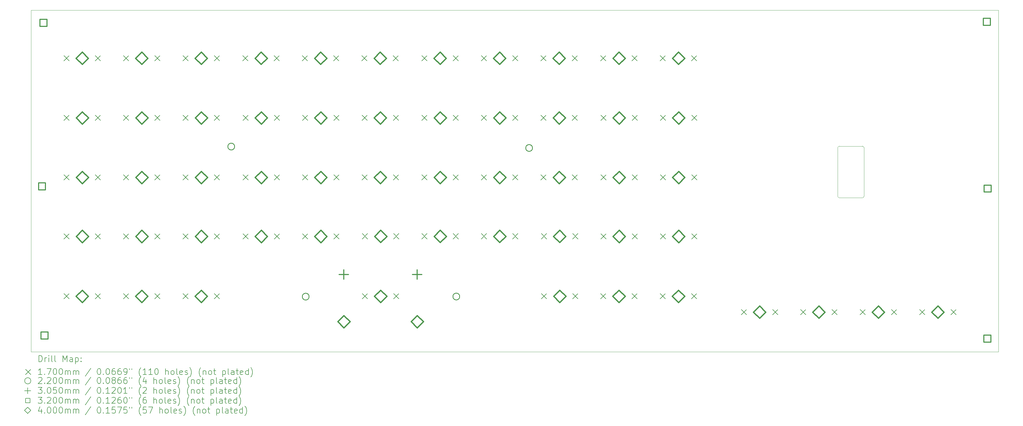
<source format=gbr>
%FSLAX45Y45*%
G04 Gerber Fmt 4.5, Leading zero omitted, Abs format (unit mm)*
G04 Created by KiCad (PCBNEW (6.0.1)) date 2022-09-15 15:26:33*
%MOMM*%
%LPD*%
G01*
G04 APERTURE LIST*
%TA.AperFunction,Profile*%
%ADD10C,0.100000*%
%TD*%
%ADD11C,0.200000*%
%ADD12C,0.170000*%
%ADD13C,0.220000*%
%ADD14C,0.305000*%
%ADD15C,0.320000*%
%ADD16C,0.400000*%
G04 APERTURE END LIST*
D10*
X32317768Y-13822223D02*
X33067768Y-13822223D01*
X32267768Y-13772223D02*
X32267768Y-12197223D01*
X32317768Y-12147223D02*
X33067768Y-12147223D01*
X32267768Y-13772223D02*
G75*
G03*
X32317768Y-13822223I50000J0D01*
G01*
X6099568Y-7738563D02*
X37478728Y-7738563D01*
X37478728Y-7738563D02*
X37478728Y-18818043D01*
X37478728Y-18818043D02*
X6099568Y-18818043D01*
X6099568Y-18818043D02*
X6099568Y-7738563D01*
X33117768Y-12197223D02*
X33117768Y-13772223D01*
X33117768Y-12197223D02*
G75*
G03*
X33067768Y-12147223I-50000J0D01*
G01*
X33067768Y-13822223D02*
G75*
G03*
X33117768Y-13772223I0J50000D01*
G01*
X32317768Y-12147223D02*
G75*
G03*
X32267768Y-12197223I0J-50000D01*
G01*
D11*
D12*
X7165188Y-16927103D02*
X7335188Y-17097103D01*
X7335188Y-16927103D02*
X7165188Y-17097103D01*
X7167242Y-9209332D02*
X7337242Y-9379332D01*
X7337242Y-9209332D02*
X7167242Y-9379332D01*
X7170268Y-11146063D02*
X7340268Y-11316063D01*
X7340268Y-11146063D02*
X7170268Y-11316063D01*
X7170268Y-13076463D02*
X7340268Y-13246463D01*
X7340268Y-13076463D02*
X7170268Y-13246463D01*
X7170268Y-14986543D02*
X7340268Y-15156543D01*
X7340268Y-14986543D02*
X7170268Y-15156543D01*
X8181188Y-16927103D02*
X8351188Y-17097103D01*
X8351188Y-16927103D02*
X8181188Y-17097103D01*
X8183242Y-9209332D02*
X8353242Y-9379332D01*
X8353242Y-9209332D02*
X8183242Y-9379332D01*
X8186268Y-11146063D02*
X8356268Y-11316063D01*
X8356268Y-11146063D02*
X8186268Y-11316063D01*
X8186268Y-13076463D02*
X8356268Y-13246463D01*
X8356268Y-13076463D02*
X8186268Y-13246463D01*
X8186268Y-14986543D02*
X8356268Y-15156543D01*
X8356268Y-14986543D02*
X8186268Y-15156543D01*
X9095588Y-16927103D02*
X9265588Y-17097103D01*
X9265588Y-16927103D02*
X9095588Y-17097103D01*
X9097642Y-9209332D02*
X9267642Y-9379332D01*
X9267642Y-9209332D02*
X9097642Y-9379332D01*
X9100668Y-11146063D02*
X9270668Y-11316063D01*
X9270668Y-11146063D02*
X9100668Y-11316063D01*
X9100668Y-13076463D02*
X9270668Y-13246463D01*
X9270668Y-13076463D02*
X9100668Y-13246463D01*
X9100668Y-14986543D02*
X9270668Y-15156543D01*
X9270668Y-14986543D02*
X9100668Y-15156543D01*
X10111588Y-16927103D02*
X10281588Y-17097103D01*
X10281588Y-16927103D02*
X10111588Y-17097103D01*
X10113642Y-9209332D02*
X10283642Y-9379332D01*
X10283642Y-9209332D02*
X10113642Y-9379332D01*
X10116668Y-11146063D02*
X10286668Y-11316063D01*
X10286668Y-11146063D02*
X10116668Y-11316063D01*
X10116668Y-13076463D02*
X10286668Y-13246463D01*
X10286668Y-13076463D02*
X10116668Y-13246463D01*
X10116668Y-14986543D02*
X10286668Y-15156543D01*
X10286668Y-14986543D02*
X10116668Y-15156543D01*
X11025988Y-16927103D02*
X11195988Y-17097103D01*
X11195988Y-16927103D02*
X11025988Y-17097103D01*
X11028042Y-9209332D02*
X11198042Y-9379332D01*
X11198042Y-9209332D02*
X11028042Y-9379332D01*
X11031068Y-11146063D02*
X11201068Y-11316063D01*
X11201068Y-11146063D02*
X11031068Y-11316063D01*
X11031068Y-13076463D02*
X11201068Y-13246463D01*
X11201068Y-13076463D02*
X11031068Y-13246463D01*
X11031068Y-14986543D02*
X11201068Y-15156543D01*
X11201068Y-14986543D02*
X11031068Y-15156543D01*
X12041988Y-16927103D02*
X12211988Y-17097103D01*
X12211988Y-16927103D02*
X12041988Y-17097103D01*
X12044042Y-9209332D02*
X12214042Y-9379332D01*
X12214042Y-9209332D02*
X12044042Y-9379332D01*
X12047068Y-11146063D02*
X12217068Y-11316063D01*
X12217068Y-11146063D02*
X12047068Y-11316063D01*
X12047068Y-13076463D02*
X12217068Y-13246463D01*
X12217068Y-13076463D02*
X12047068Y-13246463D01*
X12047068Y-14986543D02*
X12217068Y-15156543D01*
X12217068Y-14986543D02*
X12047068Y-15156543D01*
X12971142Y-9209332D02*
X13141142Y-9379332D01*
X13141142Y-9209332D02*
X12971142Y-9379332D01*
X12974168Y-11146063D02*
X13144168Y-11316063D01*
X13144168Y-11146063D02*
X12974168Y-11316063D01*
X12974168Y-13076463D02*
X13144168Y-13246463D01*
X13144168Y-13076463D02*
X12974168Y-13246463D01*
X12974168Y-14986543D02*
X13144168Y-15156543D01*
X13144168Y-14986543D02*
X12974168Y-15156543D01*
X13987142Y-9209332D02*
X14157142Y-9379332D01*
X14157142Y-9209332D02*
X13987142Y-9379332D01*
X13990168Y-11146063D02*
X14160168Y-11316063D01*
X14160168Y-11146063D02*
X13990168Y-11316063D01*
X13990168Y-13076463D02*
X14160168Y-13246463D01*
X14160168Y-13076463D02*
X13990168Y-13246463D01*
X13990168Y-14986543D02*
X14160168Y-15156543D01*
X14160168Y-14986543D02*
X13990168Y-15156543D01*
X14901542Y-9209332D02*
X15071542Y-9379332D01*
X15071542Y-9209332D02*
X14901542Y-9379332D01*
X14904568Y-11146063D02*
X15074568Y-11316063D01*
X15074568Y-11146063D02*
X14904568Y-11316063D01*
X14904568Y-13076463D02*
X15074568Y-13246463D01*
X15074568Y-13076463D02*
X14904568Y-13246463D01*
X14904568Y-14986543D02*
X15074568Y-15156543D01*
X15074568Y-14986543D02*
X14904568Y-15156543D01*
X15917542Y-9209332D02*
X16087542Y-9379332D01*
X16087542Y-9209332D02*
X15917542Y-9379332D01*
X15920568Y-11146063D02*
X16090568Y-11316063D01*
X16090568Y-11146063D02*
X15920568Y-11316063D01*
X15920568Y-13076463D02*
X16090568Y-13246463D01*
X16090568Y-13076463D02*
X15920568Y-13246463D01*
X15920568Y-14986543D02*
X16090568Y-15156543D01*
X16090568Y-14986543D02*
X15920568Y-15156543D01*
X16831942Y-9209332D02*
X17001942Y-9379332D01*
X17001942Y-9209332D02*
X16831942Y-9379332D01*
X16834968Y-11146063D02*
X17004968Y-11316063D01*
X17004968Y-11146063D02*
X16834968Y-11316063D01*
X16834968Y-13076463D02*
X17004968Y-13246463D01*
X17004968Y-13076463D02*
X16834968Y-13246463D01*
X16845128Y-16927103D02*
X17015128Y-17097103D01*
X17015128Y-16927103D02*
X16845128Y-17097103D01*
X16848155Y-14982715D02*
X17018155Y-15152715D01*
X17018155Y-14982715D02*
X16848155Y-15152715D01*
X17847942Y-9209332D02*
X18017942Y-9379332D01*
X18017942Y-9209332D02*
X17847942Y-9379332D01*
X17850968Y-11146063D02*
X18020968Y-11316063D01*
X18020968Y-11146063D02*
X17850968Y-11316063D01*
X17850968Y-13076463D02*
X18020968Y-13246463D01*
X18020968Y-13076463D02*
X17850968Y-13246463D01*
X17861128Y-16927103D02*
X18031128Y-17097103D01*
X18031128Y-16927103D02*
X17861128Y-17097103D01*
X17864155Y-14982715D02*
X18034155Y-15152715D01*
X18034155Y-14982715D02*
X17864155Y-15152715D01*
X18775042Y-9209332D02*
X18945042Y-9379332D01*
X18945042Y-9209332D02*
X18775042Y-9379332D01*
X18778068Y-11146063D02*
X18948068Y-11316063D01*
X18948068Y-11146063D02*
X18778068Y-11316063D01*
X18778068Y-13076463D02*
X18948068Y-13246463D01*
X18948068Y-13076463D02*
X18778068Y-13246463D01*
X18778555Y-14982715D02*
X18948555Y-15152715D01*
X18948555Y-14982715D02*
X18778555Y-15152715D01*
X19791042Y-9209332D02*
X19961042Y-9379332D01*
X19961042Y-9209332D02*
X19791042Y-9379332D01*
X19794068Y-11146063D02*
X19964068Y-11316063D01*
X19964068Y-11146063D02*
X19794068Y-11316063D01*
X19794068Y-13076463D02*
X19964068Y-13246463D01*
X19964068Y-13076463D02*
X19794068Y-13246463D01*
X19794555Y-14982715D02*
X19964555Y-15152715D01*
X19964555Y-14982715D02*
X19794555Y-15152715D01*
X20705442Y-9209332D02*
X20875442Y-9379332D01*
X20875442Y-9209332D02*
X20705442Y-9379332D01*
X20708468Y-11146063D02*
X20878468Y-11316063D01*
X20878468Y-11146063D02*
X20708468Y-11316063D01*
X20708468Y-13076463D02*
X20878468Y-13246463D01*
X20878468Y-13076463D02*
X20708468Y-13246463D01*
X20708955Y-14982715D02*
X20878955Y-15152715D01*
X20878955Y-14982715D02*
X20708955Y-15152715D01*
X21721442Y-9209332D02*
X21891442Y-9379332D01*
X21891442Y-9209332D02*
X21721442Y-9379332D01*
X21724468Y-11146063D02*
X21894468Y-11316063D01*
X21894468Y-11146063D02*
X21724468Y-11316063D01*
X21724468Y-13076463D02*
X21894468Y-13246463D01*
X21894468Y-13076463D02*
X21724468Y-13246463D01*
X21724955Y-14982715D02*
X21894955Y-15152715D01*
X21894955Y-14982715D02*
X21724955Y-15152715D01*
X22635842Y-9209332D02*
X22805842Y-9379332D01*
X22805842Y-9209332D02*
X22635842Y-9379332D01*
X22638868Y-11146063D02*
X22808868Y-11316063D01*
X22808868Y-11146063D02*
X22638868Y-11316063D01*
X22638868Y-13076463D02*
X22808868Y-13246463D01*
X22808868Y-13076463D02*
X22638868Y-13246463D01*
X22652055Y-14982715D02*
X22822055Y-15152715D01*
X22822055Y-14982715D02*
X22652055Y-15152715D01*
X22656648Y-16927103D02*
X22826648Y-17097103D01*
X22826648Y-16927103D02*
X22656648Y-17097103D01*
X23651842Y-9209332D02*
X23821842Y-9379332D01*
X23821842Y-9209332D02*
X23651842Y-9379332D01*
X23654868Y-11146063D02*
X23824868Y-11316063D01*
X23824868Y-11146063D02*
X23654868Y-11316063D01*
X23654868Y-13076463D02*
X23824868Y-13246463D01*
X23824868Y-13076463D02*
X23654868Y-13246463D01*
X23668055Y-14982715D02*
X23838055Y-15152715D01*
X23838055Y-14982715D02*
X23668055Y-15152715D01*
X23672648Y-16927103D02*
X23842648Y-17097103D01*
X23842648Y-16927103D02*
X23672648Y-17097103D01*
X24576888Y-16927103D02*
X24746888Y-17097103D01*
X24746888Y-16927103D02*
X24576888Y-17097103D01*
X24578942Y-9209332D02*
X24748942Y-9379332D01*
X24748942Y-9209332D02*
X24578942Y-9379332D01*
X24581968Y-11146063D02*
X24751968Y-11316063D01*
X24751968Y-11146063D02*
X24581968Y-11316063D01*
X24581968Y-13076463D02*
X24751968Y-13246463D01*
X24751968Y-13076463D02*
X24581968Y-13246463D01*
X24581968Y-14986543D02*
X24751968Y-15156543D01*
X24751968Y-14986543D02*
X24581968Y-15156543D01*
X25592888Y-16927103D02*
X25762888Y-17097103D01*
X25762888Y-16927103D02*
X25592888Y-17097103D01*
X25594942Y-9209332D02*
X25764942Y-9379332D01*
X25764942Y-9209332D02*
X25594942Y-9379332D01*
X25597968Y-11146063D02*
X25767968Y-11316063D01*
X25767968Y-11146063D02*
X25597968Y-11316063D01*
X25597968Y-13076463D02*
X25767968Y-13246463D01*
X25767968Y-13076463D02*
X25597968Y-13246463D01*
X25597968Y-14986543D02*
X25767968Y-15156543D01*
X25767968Y-14986543D02*
X25597968Y-15156543D01*
X26507288Y-16927103D02*
X26677288Y-17097103D01*
X26677288Y-16927103D02*
X26507288Y-17097103D01*
X26509342Y-9209332D02*
X26679342Y-9379332D01*
X26679342Y-9209332D02*
X26509342Y-9379332D01*
X26512368Y-11146063D02*
X26682368Y-11316063D01*
X26682368Y-11146063D02*
X26512368Y-11316063D01*
X26512368Y-13076463D02*
X26682368Y-13246463D01*
X26682368Y-13076463D02*
X26512368Y-13246463D01*
X26512368Y-14986543D02*
X26682368Y-15156543D01*
X26682368Y-14986543D02*
X26512368Y-15156543D01*
X27523288Y-16927103D02*
X27693288Y-17097103D01*
X27693288Y-16927103D02*
X27523288Y-17097103D01*
X27525342Y-9209332D02*
X27695342Y-9379332D01*
X27695342Y-9209332D02*
X27525342Y-9379332D01*
X27528368Y-11146063D02*
X27698368Y-11316063D01*
X27698368Y-11146063D02*
X27528368Y-11316063D01*
X27528368Y-13076463D02*
X27698368Y-13246463D01*
X27698368Y-13076463D02*
X27528368Y-13246463D01*
X27528368Y-14986543D02*
X27698368Y-15156543D01*
X27698368Y-14986543D02*
X27528368Y-15156543D01*
X29136188Y-17440183D02*
X29306188Y-17610183D01*
X29306188Y-17440183D02*
X29136188Y-17610183D01*
X30152188Y-17440183D02*
X30322188Y-17610183D01*
X30322188Y-17440183D02*
X30152188Y-17610183D01*
X31058968Y-17440184D02*
X31228968Y-17610184D01*
X31228968Y-17440184D02*
X31058968Y-17610184D01*
X32074968Y-17440184D02*
X32244968Y-17610184D01*
X32244968Y-17440184D02*
X32074968Y-17610184D01*
X32989368Y-17440184D02*
X33159368Y-17610184D01*
X33159368Y-17440184D02*
X32989368Y-17610184D01*
X34005368Y-17440184D02*
X34175368Y-17610184D01*
X34175368Y-17440184D02*
X34005368Y-17610184D01*
X34919768Y-17440184D02*
X35089768Y-17610184D01*
X35089768Y-17440184D02*
X34919768Y-17610184D01*
X35935768Y-17440184D02*
X36105768Y-17610184D01*
X36105768Y-17440184D02*
X35935768Y-17610184D01*
D13*
X12704348Y-12160703D02*
G75*
G03*
X12704348Y-12160703I-110000J0D01*
G01*
X15119888Y-17024803D02*
G75*
G03*
X15119888Y-17024803I-110000J0D01*
G01*
X20004308Y-17022263D02*
G75*
G03*
X20004308Y-17022263I-110000J0D01*
G01*
X22366508Y-12206423D02*
G75*
G03*
X22366508Y-12206423I-110000J0D01*
G01*
D14*
X16248128Y-16159603D02*
X16248128Y-16464603D01*
X16095628Y-16312103D02*
X16400628Y-16312103D01*
X18628128Y-16159603D02*
X18628128Y-16464603D01*
X18475628Y-16312103D02*
X18780628Y-16312103D01*
D15*
X6570846Y-13564162D02*
X6570846Y-13337885D01*
X6344570Y-13337885D01*
X6344570Y-13564162D01*
X6570846Y-13564162D01*
X6616566Y-8260642D02*
X6616566Y-8034365D01*
X6390290Y-8034365D01*
X6390290Y-8260642D01*
X6616566Y-8260642D01*
X6652126Y-18400322D02*
X6652126Y-18174045D01*
X6425850Y-18174045D01*
X6425850Y-18400322D01*
X6652126Y-18400322D01*
X37218487Y-8230162D02*
X37218487Y-8003885D01*
X36992210Y-8003885D01*
X36992210Y-8230162D01*
X37218487Y-8230162D01*
X37233727Y-18501922D02*
X37233727Y-18275645D01*
X37007450Y-18275645D01*
X37007450Y-18501922D01*
X37233727Y-18501922D01*
X37238807Y-13635282D02*
X37238807Y-13409005D01*
X37012530Y-13409005D01*
X37012530Y-13635282D01*
X37238807Y-13635282D01*
D16*
X7758188Y-17212103D02*
X7958188Y-17012103D01*
X7758188Y-16812103D01*
X7558188Y-17012103D01*
X7758188Y-17212103D01*
X7760242Y-9494332D02*
X7960242Y-9294332D01*
X7760242Y-9094332D01*
X7560242Y-9294332D01*
X7760242Y-9494332D01*
X7763268Y-11431063D02*
X7963268Y-11231063D01*
X7763268Y-11031063D01*
X7563268Y-11231063D01*
X7763268Y-11431063D01*
X7763268Y-13361463D02*
X7963268Y-13161463D01*
X7763268Y-12961463D01*
X7563268Y-13161463D01*
X7763268Y-13361463D01*
X7763268Y-15271543D02*
X7963268Y-15071543D01*
X7763268Y-14871543D01*
X7563268Y-15071543D01*
X7763268Y-15271543D01*
X9688588Y-17212103D02*
X9888588Y-17012103D01*
X9688588Y-16812103D01*
X9488588Y-17012103D01*
X9688588Y-17212103D01*
X9690642Y-9494332D02*
X9890642Y-9294332D01*
X9690642Y-9094332D01*
X9490642Y-9294332D01*
X9690642Y-9494332D01*
X9693668Y-11431063D02*
X9893668Y-11231063D01*
X9693668Y-11031063D01*
X9493668Y-11231063D01*
X9693668Y-11431063D01*
X9693668Y-13361463D02*
X9893668Y-13161463D01*
X9693668Y-12961463D01*
X9493668Y-13161463D01*
X9693668Y-13361463D01*
X9693668Y-15271543D02*
X9893668Y-15071543D01*
X9693668Y-14871543D01*
X9493668Y-15071543D01*
X9693668Y-15271543D01*
X11618988Y-17212103D02*
X11818988Y-17012103D01*
X11618988Y-16812103D01*
X11418988Y-17012103D01*
X11618988Y-17212103D01*
X11621042Y-9494332D02*
X11821042Y-9294332D01*
X11621042Y-9094332D01*
X11421042Y-9294332D01*
X11621042Y-9494332D01*
X11624068Y-11431063D02*
X11824068Y-11231063D01*
X11624068Y-11031063D01*
X11424068Y-11231063D01*
X11624068Y-11431063D01*
X11624068Y-13361463D02*
X11824068Y-13161463D01*
X11624068Y-12961463D01*
X11424068Y-13161463D01*
X11624068Y-13361463D01*
X11624068Y-15271543D02*
X11824068Y-15071543D01*
X11624068Y-14871543D01*
X11424068Y-15071543D01*
X11624068Y-15271543D01*
X13564142Y-9494332D02*
X13764142Y-9294332D01*
X13564142Y-9094332D01*
X13364142Y-9294332D01*
X13564142Y-9494332D01*
X13567168Y-11431063D02*
X13767168Y-11231063D01*
X13567168Y-11031063D01*
X13367168Y-11231063D01*
X13567168Y-11431063D01*
X13567168Y-13361463D02*
X13767168Y-13161463D01*
X13567168Y-12961463D01*
X13367168Y-13161463D01*
X13567168Y-13361463D01*
X13567168Y-15271543D02*
X13767168Y-15071543D01*
X13567168Y-14871543D01*
X13367168Y-15071543D01*
X13567168Y-15271543D01*
X15494542Y-9494332D02*
X15694542Y-9294332D01*
X15494542Y-9094332D01*
X15294542Y-9294332D01*
X15494542Y-9494332D01*
X15497568Y-11431063D02*
X15697568Y-11231063D01*
X15497568Y-11031063D01*
X15297568Y-11231063D01*
X15497568Y-11431063D01*
X15497568Y-13361463D02*
X15697568Y-13161463D01*
X15497568Y-12961463D01*
X15297568Y-13161463D01*
X15497568Y-13361463D01*
X15497568Y-15271543D02*
X15697568Y-15071543D01*
X15497568Y-14871543D01*
X15297568Y-15071543D01*
X15497568Y-15271543D01*
X16248128Y-18036103D02*
X16448128Y-17836103D01*
X16248128Y-17636103D01*
X16048128Y-17836103D01*
X16248128Y-18036103D01*
X17424942Y-9494332D02*
X17624942Y-9294332D01*
X17424942Y-9094332D01*
X17224942Y-9294332D01*
X17424942Y-9494332D01*
X17427968Y-11431063D02*
X17627968Y-11231063D01*
X17427968Y-11031063D01*
X17227968Y-11231063D01*
X17427968Y-11431063D01*
X17427968Y-13361463D02*
X17627968Y-13161463D01*
X17427968Y-12961463D01*
X17227968Y-13161463D01*
X17427968Y-13361463D01*
X17438128Y-17212103D02*
X17638128Y-17012103D01*
X17438128Y-16812103D01*
X17238128Y-17012103D01*
X17438128Y-17212103D01*
X17441155Y-15267715D02*
X17641155Y-15067715D01*
X17441155Y-14867715D01*
X17241155Y-15067715D01*
X17441155Y-15267715D01*
X18628128Y-18036103D02*
X18828128Y-17836103D01*
X18628128Y-17636103D01*
X18428128Y-17836103D01*
X18628128Y-18036103D01*
X19368042Y-9494332D02*
X19568042Y-9294332D01*
X19368042Y-9094332D01*
X19168042Y-9294332D01*
X19368042Y-9494332D01*
X19371068Y-11431063D02*
X19571068Y-11231063D01*
X19371068Y-11031063D01*
X19171068Y-11231063D01*
X19371068Y-11431063D01*
X19371068Y-13361463D02*
X19571068Y-13161463D01*
X19371068Y-12961463D01*
X19171068Y-13161463D01*
X19371068Y-13361463D01*
X19371555Y-15267715D02*
X19571555Y-15067715D01*
X19371555Y-14867715D01*
X19171555Y-15067715D01*
X19371555Y-15267715D01*
X21298442Y-9494332D02*
X21498442Y-9294332D01*
X21298442Y-9094332D01*
X21098442Y-9294332D01*
X21298442Y-9494332D01*
X21301468Y-11431063D02*
X21501468Y-11231063D01*
X21301468Y-11031063D01*
X21101468Y-11231063D01*
X21301468Y-11431063D01*
X21301468Y-13361463D02*
X21501468Y-13161463D01*
X21301468Y-12961463D01*
X21101468Y-13161463D01*
X21301468Y-13361463D01*
X21301955Y-15267715D02*
X21501955Y-15067715D01*
X21301955Y-14867715D01*
X21101955Y-15067715D01*
X21301955Y-15267715D01*
X23228842Y-9494332D02*
X23428842Y-9294332D01*
X23228842Y-9094332D01*
X23028842Y-9294332D01*
X23228842Y-9494332D01*
X23231868Y-11431063D02*
X23431868Y-11231063D01*
X23231868Y-11031063D01*
X23031868Y-11231063D01*
X23231868Y-11431063D01*
X23231868Y-13361463D02*
X23431868Y-13161463D01*
X23231868Y-12961463D01*
X23031868Y-13161463D01*
X23231868Y-13361463D01*
X23245055Y-15267715D02*
X23445055Y-15067715D01*
X23245055Y-14867715D01*
X23045055Y-15067715D01*
X23245055Y-15267715D01*
X23249648Y-17212103D02*
X23449648Y-17012103D01*
X23249648Y-16812103D01*
X23049648Y-17012103D01*
X23249648Y-17212103D01*
X25169888Y-17212103D02*
X25369888Y-17012103D01*
X25169888Y-16812103D01*
X24969888Y-17012103D01*
X25169888Y-17212103D01*
X25171942Y-9494332D02*
X25371942Y-9294332D01*
X25171942Y-9094332D01*
X24971942Y-9294332D01*
X25171942Y-9494332D01*
X25174968Y-11431063D02*
X25374968Y-11231063D01*
X25174968Y-11031063D01*
X24974968Y-11231063D01*
X25174968Y-11431063D01*
X25174968Y-13361463D02*
X25374968Y-13161463D01*
X25174968Y-12961463D01*
X24974968Y-13161463D01*
X25174968Y-13361463D01*
X25174968Y-15271543D02*
X25374968Y-15071543D01*
X25174968Y-14871543D01*
X24974968Y-15071543D01*
X25174968Y-15271543D01*
X27100288Y-17212103D02*
X27300288Y-17012103D01*
X27100288Y-16812103D01*
X26900288Y-17012103D01*
X27100288Y-17212103D01*
X27102342Y-9494332D02*
X27302342Y-9294332D01*
X27102342Y-9094332D01*
X26902342Y-9294332D01*
X27102342Y-9494332D01*
X27105368Y-11431063D02*
X27305368Y-11231063D01*
X27105368Y-11031063D01*
X26905368Y-11231063D01*
X27105368Y-11431063D01*
X27105368Y-13361463D02*
X27305368Y-13161463D01*
X27105368Y-12961463D01*
X26905368Y-13161463D01*
X27105368Y-13361463D01*
X27105368Y-15271543D02*
X27305368Y-15071543D01*
X27105368Y-14871543D01*
X26905368Y-15071543D01*
X27105368Y-15271543D01*
X29729188Y-17725183D02*
X29929188Y-17525183D01*
X29729188Y-17325183D01*
X29529188Y-17525183D01*
X29729188Y-17725183D01*
X31651968Y-17725184D02*
X31851968Y-17525184D01*
X31651968Y-17325184D01*
X31451968Y-17525184D01*
X31651968Y-17725184D01*
X33582368Y-17725184D02*
X33782368Y-17525184D01*
X33582368Y-17325184D01*
X33382368Y-17525184D01*
X33582368Y-17725184D01*
X35512768Y-17725184D02*
X35712768Y-17525184D01*
X35512768Y-17325184D01*
X35312768Y-17525184D01*
X35512768Y-17725184D01*
D11*
X6352187Y-19133520D02*
X6352187Y-18933520D01*
X6399806Y-18933520D01*
X6428378Y-18943043D01*
X6447425Y-18962091D01*
X6456949Y-18981139D01*
X6466473Y-19019234D01*
X6466473Y-19047805D01*
X6456949Y-19085901D01*
X6447425Y-19104948D01*
X6428378Y-19123996D01*
X6399806Y-19133520D01*
X6352187Y-19133520D01*
X6552187Y-19133520D02*
X6552187Y-19000186D01*
X6552187Y-19038281D02*
X6561711Y-19019234D01*
X6571235Y-19009710D01*
X6590282Y-19000186D01*
X6609330Y-19000186D01*
X6675997Y-19133520D02*
X6675997Y-19000186D01*
X6675997Y-18933520D02*
X6666473Y-18943043D01*
X6675997Y-18952567D01*
X6685521Y-18943043D01*
X6675997Y-18933520D01*
X6675997Y-18952567D01*
X6799806Y-19133520D02*
X6780759Y-19123996D01*
X6771235Y-19104948D01*
X6771235Y-18933520D01*
X6904568Y-19133520D02*
X6885521Y-19123996D01*
X6875997Y-19104948D01*
X6875997Y-18933520D01*
X7133140Y-19133520D02*
X7133140Y-18933520D01*
X7199806Y-19076377D01*
X7266473Y-18933520D01*
X7266473Y-19133520D01*
X7447425Y-19133520D02*
X7447425Y-19028758D01*
X7437902Y-19009710D01*
X7418854Y-19000186D01*
X7380759Y-19000186D01*
X7361711Y-19009710D01*
X7447425Y-19123996D02*
X7428378Y-19133520D01*
X7380759Y-19133520D01*
X7361711Y-19123996D01*
X7352187Y-19104948D01*
X7352187Y-19085901D01*
X7361711Y-19066853D01*
X7380759Y-19057329D01*
X7428378Y-19057329D01*
X7447425Y-19047805D01*
X7542663Y-19000186D02*
X7542663Y-19200186D01*
X7542663Y-19009710D02*
X7561711Y-19000186D01*
X7599806Y-19000186D01*
X7618854Y-19009710D01*
X7628378Y-19019234D01*
X7637902Y-19038281D01*
X7637902Y-19095424D01*
X7628378Y-19114472D01*
X7618854Y-19123996D01*
X7599806Y-19133520D01*
X7561711Y-19133520D01*
X7542663Y-19123996D01*
X7723616Y-19114472D02*
X7733140Y-19123996D01*
X7723616Y-19133520D01*
X7714092Y-19123996D01*
X7723616Y-19114472D01*
X7723616Y-19133520D01*
X7723616Y-19009710D02*
X7733140Y-19019234D01*
X7723616Y-19028758D01*
X7714092Y-19019234D01*
X7723616Y-19009710D01*
X7723616Y-19028758D01*
D12*
X5924568Y-19378043D02*
X6094568Y-19548043D01*
X6094568Y-19378043D02*
X5924568Y-19548043D01*
D11*
X6456949Y-19553520D02*
X6342663Y-19553520D01*
X6399806Y-19553520D02*
X6399806Y-19353520D01*
X6380759Y-19382091D01*
X6361711Y-19401139D01*
X6342663Y-19410662D01*
X6542663Y-19534472D02*
X6552187Y-19543996D01*
X6542663Y-19553520D01*
X6533140Y-19543996D01*
X6542663Y-19534472D01*
X6542663Y-19553520D01*
X6618854Y-19353520D02*
X6752187Y-19353520D01*
X6666473Y-19553520D01*
X6866473Y-19353520D02*
X6885521Y-19353520D01*
X6904568Y-19363043D01*
X6914092Y-19372567D01*
X6923616Y-19391615D01*
X6933140Y-19429710D01*
X6933140Y-19477329D01*
X6923616Y-19515424D01*
X6914092Y-19534472D01*
X6904568Y-19543996D01*
X6885521Y-19553520D01*
X6866473Y-19553520D01*
X6847425Y-19543996D01*
X6837902Y-19534472D01*
X6828378Y-19515424D01*
X6818854Y-19477329D01*
X6818854Y-19429710D01*
X6828378Y-19391615D01*
X6837902Y-19372567D01*
X6847425Y-19363043D01*
X6866473Y-19353520D01*
X7056949Y-19353520D02*
X7075997Y-19353520D01*
X7095044Y-19363043D01*
X7104568Y-19372567D01*
X7114092Y-19391615D01*
X7123616Y-19429710D01*
X7123616Y-19477329D01*
X7114092Y-19515424D01*
X7104568Y-19534472D01*
X7095044Y-19543996D01*
X7075997Y-19553520D01*
X7056949Y-19553520D01*
X7037902Y-19543996D01*
X7028378Y-19534472D01*
X7018854Y-19515424D01*
X7009330Y-19477329D01*
X7009330Y-19429710D01*
X7018854Y-19391615D01*
X7028378Y-19372567D01*
X7037902Y-19363043D01*
X7056949Y-19353520D01*
X7209330Y-19553520D02*
X7209330Y-19420186D01*
X7209330Y-19439234D02*
X7218854Y-19429710D01*
X7237902Y-19420186D01*
X7266473Y-19420186D01*
X7285521Y-19429710D01*
X7295044Y-19448758D01*
X7295044Y-19553520D01*
X7295044Y-19448758D02*
X7304568Y-19429710D01*
X7323616Y-19420186D01*
X7352187Y-19420186D01*
X7371235Y-19429710D01*
X7380759Y-19448758D01*
X7380759Y-19553520D01*
X7475997Y-19553520D02*
X7475997Y-19420186D01*
X7475997Y-19439234D02*
X7485521Y-19429710D01*
X7504568Y-19420186D01*
X7533140Y-19420186D01*
X7552187Y-19429710D01*
X7561711Y-19448758D01*
X7561711Y-19553520D01*
X7561711Y-19448758D02*
X7571235Y-19429710D01*
X7590282Y-19420186D01*
X7618854Y-19420186D01*
X7637902Y-19429710D01*
X7647425Y-19448758D01*
X7647425Y-19553520D01*
X8037902Y-19343996D02*
X7866473Y-19601139D01*
X8295044Y-19353520D02*
X8314092Y-19353520D01*
X8333140Y-19363043D01*
X8342663Y-19372567D01*
X8352187Y-19391615D01*
X8361711Y-19429710D01*
X8361711Y-19477329D01*
X8352187Y-19515424D01*
X8342663Y-19534472D01*
X8333140Y-19543996D01*
X8314092Y-19553520D01*
X8295044Y-19553520D01*
X8275997Y-19543996D01*
X8266473Y-19534472D01*
X8256949Y-19515424D01*
X8247425Y-19477329D01*
X8247425Y-19429710D01*
X8256949Y-19391615D01*
X8266473Y-19372567D01*
X8275997Y-19363043D01*
X8295044Y-19353520D01*
X8447425Y-19534472D02*
X8456949Y-19543996D01*
X8447425Y-19553520D01*
X8437902Y-19543996D01*
X8447425Y-19534472D01*
X8447425Y-19553520D01*
X8580759Y-19353520D02*
X8599806Y-19353520D01*
X8618854Y-19363043D01*
X8628378Y-19372567D01*
X8637902Y-19391615D01*
X8647425Y-19429710D01*
X8647425Y-19477329D01*
X8637902Y-19515424D01*
X8628378Y-19534472D01*
X8618854Y-19543996D01*
X8599806Y-19553520D01*
X8580759Y-19553520D01*
X8561711Y-19543996D01*
X8552187Y-19534472D01*
X8542664Y-19515424D01*
X8533140Y-19477329D01*
X8533140Y-19429710D01*
X8542664Y-19391615D01*
X8552187Y-19372567D01*
X8561711Y-19363043D01*
X8580759Y-19353520D01*
X8818854Y-19353520D02*
X8780759Y-19353520D01*
X8761711Y-19363043D01*
X8752187Y-19372567D01*
X8733140Y-19401139D01*
X8723616Y-19439234D01*
X8723616Y-19515424D01*
X8733140Y-19534472D01*
X8742664Y-19543996D01*
X8761711Y-19553520D01*
X8799806Y-19553520D01*
X8818854Y-19543996D01*
X8828378Y-19534472D01*
X8837902Y-19515424D01*
X8837902Y-19467805D01*
X8828378Y-19448758D01*
X8818854Y-19439234D01*
X8799806Y-19429710D01*
X8761711Y-19429710D01*
X8742664Y-19439234D01*
X8733140Y-19448758D01*
X8723616Y-19467805D01*
X9009330Y-19353520D02*
X8971235Y-19353520D01*
X8952187Y-19363043D01*
X8942664Y-19372567D01*
X8923616Y-19401139D01*
X8914092Y-19439234D01*
X8914092Y-19515424D01*
X8923616Y-19534472D01*
X8933140Y-19543996D01*
X8952187Y-19553520D01*
X8990283Y-19553520D01*
X9009330Y-19543996D01*
X9018854Y-19534472D01*
X9028378Y-19515424D01*
X9028378Y-19467805D01*
X9018854Y-19448758D01*
X9009330Y-19439234D01*
X8990283Y-19429710D01*
X8952187Y-19429710D01*
X8933140Y-19439234D01*
X8923616Y-19448758D01*
X8914092Y-19467805D01*
X9123616Y-19553520D02*
X9161711Y-19553520D01*
X9180759Y-19543996D01*
X9190283Y-19534472D01*
X9209330Y-19505901D01*
X9218854Y-19467805D01*
X9218854Y-19391615D01*
X9209330Y-19372567D01*
X9199806Y-19363043D01*
X9180759Y-19353520D01*
X9142664Y-19353520D01*
X9123616Y-19363043D01*
X9114092Y-19372567D01*
X9104568Y-19391615D01*
X9104568Y-19439234D01*
X9114092Y-19458281D01*
X9123616Y-19467805D01*
X9142664Y-19477329D01*
X9180759Y-19477329D01*
X9199806Y-19467805D01*
X9209330Y-19458281D01*
X9218854Y-19439234D01*
X9295044Y-19353520D02*
X9295044Y-19391615D01*
X9371235Y-19353520D02*
X9371235Y-19391615D01*
X9666473Y-19629710D02*
X9656949Y-19620186D01*
X9637902Y-19591615D01*
X9628378Y-19572567D01*
X9618854Y-19543996D01*
X9609330Y-19496377D01*
X9609330Y-19458281D01*
X9618854Y-19410662D01*
X9628378Y-19382091D01*
X9637902Y-19363043D01*
X9656949Y-19334472D01*
X9666473Y-19324948D01*
X9847425Y-19553520D02*
X9733140Y-19553520D01*
X9790283Y-19553520D02*
X9790283Y-19353520D01*
X9771235Y-19382091D01*
X9752187Y-19401139D01*
X9733140Y-19410662D01*
X10037902Y-19553520D02*
X9923616Y-19553520D01*
X9980759Y-19553520D02*
X9980759Y-19353520D01*
X9961711Y-19382091D01*
X9942664Y-19401139D01*
X9923616Y-19410662D01*
X10161711Y-19353520D02*
X10180759Y-19353520D01*
X10199806Y-19363043D01*
X10209330Y-19372567D01*
X10218854Y-19391615D01*
X10228378Y-19429710D01*
X10228378Y-19477329D01*
X10218854Y-19515424D01*
X10209330Y-19534472D01*
X10199806Y-19543996D01*
X10180759Y-19553520D01*
X10161711Y-19553520D01*
X10142664Y-19543996D01*
X10133140Y-19534472D01*
X10123616Y-19515424D01*
X10114092Y-19477329D01*
X10114092Y-19429710D01*
X10123616Y-19391615D01*
X10133140Y-19372567D01*
X10142664Y-19363043D01*
X10161711Y-19353520D01*
X10466473Y-19553520D02*
X10466473Y-19353520D01*
X10552187Y-19553520D02*
X10552187Y-19448758D01*
X10542664Y-19429710D01*
X10523616Y-19420186D01*
X10495044Y-19420186D01*
X10475997Y-19429710D01*
X10466473Y-19439234D01*
X10675997Y-19553520D02*
X10656949Y-19543996D01*
X10647425Y-19534472D01*
X10637902Y-19515424D01*
X10637902Y-19458281D01*
X10647425Y-19439234D01*
X10656949Y-19429710D01*
X10675997Y-19420186D01*
X10704568Y-19420186D01*
X10723616Y-19429710D01*
X10733140Y-19439234D01*
X10742664Y-19458281D01*
X10742664Y-19515424D01*
X10733140Y-19534472D01*
X10723616Y-19543996D01*
X10704568Y-19553520D01*
X10675997Y-19553520D01*
X10856949Y-19553520D02*
X10837902Y-19543996D01*
X10828378Y-19524948D01*
X10828378Y-19353520D01*
X11009330Y-19543996D02*
X10990283Y-19553520D01*
X10952187Y-19553520D01*
X10933140Y-19543996D01*
X10923616Y-19524948D01*
X10923616Y-19448758D01*
X10933140Y-19429710D01*
X10952187Y-19420186D01*
X10990283Y-19420186D01*
X11009330Y-19429710D01*
X11018854Y-19448758D01*
X11018854Y-19467805D01*
X10923616Y-19486853D01*
X11095044Y-19543996D02*
X11114092Y-19553520D01*
X11152187Y-19553520D01*
X11171235Y-19543996D01*
X11180759Y-19524948D01*
X11180759Y-19515424D01*
X11171235Y-19496377D01*
X11152187Y-19486853D01*
X11123616Y-19486853D01*
X11104568Y-19477329D01*
X11095044Y-19458281D01*
X11095044Y-19448758D01*
X11104568Y-19429710D01*
X11123616Y-19420186D01*
X11152187Y-19420186D01*
X11171235Y-19429710D01*
X11247425Y-19629710D02*
X11256949Y-19620186D01*
X11275997Y-19591615D01*
X11285521Y-19572567D01*
X11295044Y-19543996D01*
X11304568Y-19496377D01*
X11304568Y-19458281D01*
X11295044Y-19410662D01*
X11285521Y-19382091D01*
X11275997Y-19363043D01*
X11256949Y-19334472D01*
X11247425Y-19324948D01*
X11609330Y-19629710D02*
X11599806Y-19620186D01*
X11580759Y-19591615D01*
X11571235Y-19572567D01*
X11561711Y-19543996D01*
X11552187Y-19496377D01*
X11552187Y-19458281D01*
X11561711Y-19410662D01*
X11571235Y-19382091D01*
X11580759Y-19363043D01*
X11599806Y-19334472D01*
X11609330Y-19324948D01*
X11685521Y-19420186D02*
X11685521Y-19553520D01*
X11685521Y-19439234D02*
X11695044Y-19429710D01*
X11714092Y-19420186D01*
X11742663Y-19420186D01*
X11761711Y-19429710D01*
X11771235Y-19448758D01*
X11771235Y-19553520D01*
X11895044Y-19553520D02*
X11875997Y-19543996D01*
X11866473Y-19534472D01*
X11856949Y-19515424D01*
X11856949Y-19458281D01*
X11866473Y-19439234D01*
X11875997Y-19429710D01*
X11895044Y-19420186D01*
X11923616Y-19420186D01*
X11942663Y-19429710D01*
X11952187Y-19439234D01*
X11961711Y-19458281D01*
X11961711Y-19515424D01*
X11952187Y-19534472D01*
X11942663Y-19543996D01*
X11923616Y-19553520D01*
X11895044Y-19553520D01*
X12018854Y-19420186D02*
X12095044Y-19420186D01*
X12047425Y-19353520D02*
X12047425Y-19524948D01*
X12056949Y-19543996D01*
X12075997Y-19553520D01*
X12095044Y-19553520D01*
X12314092Y-19420186D02*
X12314092Y-19620186D01*
X12314092Y-19429710D02*
X12333140Y-19420186D01*
X12371235Y-19420186D01*
X12390282Y-19429710D01*
X12399806Y-19439234D01*
X12409330Y-19458281D01*
X12409330Y-19515424D01*
X12399806Y-19534472D01*
X12390282Y-19543996D01*
X12371235Y-19553520D01*
X12333140Y-19553520D01*
X12314092Y-19543996D01*
X12523616Y-19553520D02*
X12504568Y-19543996D01*
X12495044Y-19524948D01*
X12495044Y-19353520D01*
X12685521Y-19553520D02*
X12685521Y-19448758D01*
X12675997Y-19429710D01*
X12656949Y-19420186D01*
X12618854Y-19420186D01*
X12599806Y-19429710D01*
X12685521Y-19543996D02*
X12666473Y-19553520D01*
X12618854Y-19553520D01*
X12599806Y-19543996D01*
X12590282Y-19524948D01*
X12590282Y-19505901D01*
X12599806Y-19486853D01*
X12618854Y-19477329D01*
X12666473Y-19477329D01*
X12685521Y-19467805D01*
X12752187Y-19420186D02*
X12828378Y-19420186D01*
X12780759Y-19353520D02*
X12780759Y-19524948D01*
X12790282Y-19543996D01*
X12809330Y-19553520D01*
X12828378Y-19553520D01*
X12971235Y-19543996D02*
X12952187Y-19553520D01*
X12914092Y-19553520D01*
X12895044Y-19543996D01*
X12885521Y-19524948D01*
X12885521Y-19448758D01*
X12895044Y-19429710D01*
X12914092Y-19420186D01*
X12952187Y-19420186D01*
X12971235Y-19429710D01*
X12980759Y-19448758D01*
X12980759Y-19467805D01*
X12885521Y-19486853D01*
X13152187Y-19553520D02*
X13152187Y-19353520D01*
X13152187Y-19543996D02*
X13133140Y-19553520D01*
X13095044Y-19553520D01*
X13075997Y-19543996D01*
X13066473Y-19534472D01*
X13056949Y-19515424D01*
X13056949Y-19458281D01*
X13066473Y-19439234D01*
X13075997Y-19429710D01*
X13095044Y-19420186D01*
X13133140Y-19420186D01*
X13152187Y-19429710D01*
X13228378Y-19629710D02*
X13237902Y-19620186D01*
X13256949Y-19591615D01*
X13266473Y-19572567D01*
X13275997Y-19543996D01*
X13285521Y-19496377D01*
X13285521Y-19458281D01*
X13275997Y-19410662D01*
X13266473Y-19382091D01*
X13256949Y-19363043D01*
X13237902Y-19334472D01*
X13228378Y-19324948D01*
X6094568Y-19753043D02*
G75*
G03*
X6094568Y-19753043I-100000J0D01*
G01*
X6342663Y-19662567D02*
X6352187Y-19653043D01*
X6371235Y-19643520D01*
X6418854Y-19643520D01*
X6437902Y-19653043D01*
X6447425Y-19662567D01*
X6456949Y-19681615D01*
X6456949Y-19700662D01*
X6447425Y-19729234D01*
X6333140Y-19843520D01*
X6456949Y-19843520D01*
X6542663Y-19824472D02*
X6552187Y-19833996D01*
X6542663Y-19843520D01*
X6533140Y-19833996D01*
X6542663Y-19824472D01*
X6542663Y-19843520D01*
X6628378Y-19662567D02*
X6637902Y-19653043D01*
X6656949Y-19643520D01*
X6704568Y-19643520D01*
X6723616Y-19653043D01*
X6733140Y-19662567D01*
X6742663Y-19681615D01*
X6742663Y-19700662D01*
X6733140Y-19729234D01*
X6618854Y-19843520D01*
X6742663Y-19843520D01*
X6866473Y-19643520D02*
X6885521Y-19643520D01*
X6904568Y-19653043D01*
X6914092Y-19662567D01*
X6923616Y-19681615D01*
X6933140Y-19719710D01*
X6933140Y-19767329D01*
X6923616Y-19805424D01*
X6914092Y-19824472D01*
X6904568Y-19833996D01*
X6885521Y-19843520D01*
X6866473Y-19843520D01*
X6847425Y-19833996D01*
X6837902Y-19824472D01*
X6828378Y-19805424D01*
X6818854Y-19767329D01*
X6818854Y-19719710D01*
X6828378Y-19681615D01*
X6837902Y-19662567D01*
X6847425Y-19653043D01*
X6866473Y-19643520D01*
X7056949Y-19643520D02*
X7075997Y-19643520D01*
X7095044Y-19653043D01*
X7104568Y-19662567D01*
X7114092Y-19681615D01*
X7123616Y-19719710D01*
X7123616Y-19767329D01*
X7114092Y-19805424D01*
X7104568Y-19824472D01*
X7095044Y-19833996D01*
X7075997Y-19843520D01*
X7056949Y-19843520D01*
X7037902Y-19833996D01*
X7028378Y-19824472D01*
X7018854Y-19805424D01*
X7009330Y-19767329D01*
X7009330Y-19719710D01*
X7018854Y-19681615D01*
X7028378Y-19662567D01*
X7037902Y-19653043D01*
X7056949Y-19643520D01*
X7209330Y-19843520D02*
X7209330Y-19710186D01*
X7209330Y-19729234D02*
X7218854Y-19719710D01*
X7237902Y-19710186D01*
X7266473Y-19710186D01*
X7285521Y-19719710D01*
X7295044Y-19738758D01*
X7295044Y-19843520D01*
X7295044Y-19738758D02*
X7304568Y-19719710D01*
X7323616Y-19710186D01*
X7352187Y-19710186D01*
X7371235Y-19719710D01*
X7380759Y-19738758D01*
X7380759Y-19843520D01*
X7475997Y-19843520D02*
X7475997Y-19710186D01*
X7475997Y-19729234D02*
X7485521Y-19719710D01*
X7504568Y-19710186D01*
X7533140Y-19710186D01*
X7552187Y-19719710D01*
X7561711Y-19738758D01*
X7561711Y-19843520D01*
X7561711Y-19738758D02*
X7571235Y-19719710D01*
X7590282Y-19710186D01*
X7618854Y-19710186D01*
X7637902Y-19719710D01*
X7647425Y-19738758D01*
X7647425Y-19843520D01*
X8037902Y-19633996D02*
X7866473Y-19891139D01*
X8295044Y-19643520D02*
X8314092Y-19643520D01*
X8333140Y-19653043D01*
X8342663Y-19662567D01*
X8352187Y-19681615D01*
X8361711Y-19719710D01*
X8361711Y-19767329D01*
X8352187Y-19805424D01*
X8342663Y-19824472D01*
X8333140Y-19833996D01*
X8314092Y-19843520D01*
X8295044Y-19843520D01*
X8275997Y-19833996D01*
X8266473Y-19824472D01*
X8256949Y-19805424D01*
X8247425Y-19767329D01*
X8247425Y-19719710D01*
X8256949Y-19681615D01*
X8266473Y-19662567D01*
X8275997Y-19653043D01*
X8295044Y-19643520D01*
X8447425Y-19824472D02*
X8456949Y-19833996D01*
X8447425Y-19843520D01*
X8437902Y-19833996D01*
X8447425Y-19824472D01*
X8447425Y-19843520D01*
X8580759Y-19643520D02*
X8599806Y-19643520D01*
X8618854Y-19653043D01*
X8628378Y-19662567D01*
X8637902Y-19681615D01*
X8647425Y-19719710D01*
X8647425Y-19767329D01*
X8637902Y-19805424D01*
X8628378Y-19824472D01*
X8618854Y-19833996D01*
X8599806Y-19843520D01*
X8580759Y-19843520D01*
X8561711Y-19833996D01*
X8552187Y-19824472D01*
X8542664Y-19805424D01*
X8533140Y-19767329D01*
X8533140Y-19719710D01*
X8542664Y-19681615D01*
X8552187Y-19662567D01*
X8561711Y-19653043D01*
X8580759Y-19643520D01*
X8761711Y-19729234D02*
X8742664Y-19719710D01*
X8733140Y-19710186D01*
X8723616Y-19691139D01*
X8723616Y-19681615D01*
X8733140Y-19662567D01*
X8742664Y-19653043D01*
X8761711Y-19643520D01*
X8799806Y-19643520D01*
X8818854Y-19653043D01*
X8828378Y-19662567D01*
X8837902Y-19681615D01*
X8837902Y-19691139D01*
X8828378Y-19710186D01*
X8818854Y-19719710D01*
X8799806Y-19729234D01*
X8761711Y-19729234D01*
X8742664Y-19738758D01*
X8733140Y-19748281D01*
X8723616Y-19767329D01*
X8723616Y-19805424D01*
X8733140Y-19824472D01*
X8742664Y-19833996D01*
X8761711Y-19843520D01*
X8799806Y-19843520D01*
X8818854Y-19833996D01*
X8828378Y-19824472D01*
X8837902Y-19805424D01*
X8837902Y-19767329D01*
X8828378Y-19748281D01*
X8818854Y-19738758D01*
X8799806Y-19729234D01*
X9009330Y-19643520D02*
X8971235Y-19643520D01*
X8952187Y-19653043D01*
X8942664Y-19662567D01*
X8923616Y-19691139D01*
X8914092Y-19729234D01*
X8914092Y-19805424D01*
X8923616Y-19824472D01*
X8933140Y-19833996D01*
X8952187Y-19843520D01*
X8990283Y-19843520D01*
X9009330Y-19833996D01*
X9018854Y-19824472D01*
X9028378Y-19805424D01*
X9028378Y-19757805D01*
X9018854Y-19738758D01*
X9009330Y-19729234D01*
X8990283Y-19719710D01*
X8952187Y-19719710D01*
X8933140Y-19729234D01*
X8923616Y-19738758D01*
X8914092Y-19757805D01*
X9199806Y-19643520D02*
X9161711Y-19643520D01*
X9142664Y-19653043D01*
X9133140Y-19662567D01*
X9114092Y-19691139D01*
X9104568Y-19729234D01*
X9104568Y-19805424D01*
X9114092Y-19824472D01*
X9123616Y-19833996D01*
X9142664Y-19843520D01*
X9180759Y-19843520D01*
X9199806Y-19833996D01*
X9209330Y-19824472D01*
X9218854Y-19805424D01*
X9218854Y-19757805D01*
X9209330Y-19738758D01*
X9199806Y-19729234D01*
X9180759Y-19719710D01*
X9142664Y-19719710D01*
X9123616Y-19729234D01*
X9114092Y-19738758D01*
X9104568Y-19757805D01*
X9295044Y-19643520D02*
X9295044Y-19681615D01*
X9371235Y-19643520D02*
X9371235Y-19681615D01*
X9666473Y-19919710D02*
X9656949Y-19910186D01*
X9637902Y-19881615D01*
X9628378Y-19862567D01*
X9618854Y-19833996D01*
X9609330Y-19786377D01*
X9609330Y-19748281D01*
X9618854Y-19700662D01*
X9628378Y-19672091D01*
X9637902Y-19653043D01*
X9656949Y-19624472D01*
X9666473Y-19614948D01*
X9828378Y-19710186D02*
X9828378Y-19843520D01*
X9780759Y-19633996D02*
X9733140Y-19776853D01*
X9856949Y-19776853D01*
X10085521Y-19843520D02*
X10085521Y-19643520D01*
X10171235Y-19843520D02*
X10171235Y-19738758D01*
X10161711Y-19719710D01*
X10142664Y-19710186D01*
X10114092Y-19710186D01*
X10095044Y-19719710D01*
X10085521Y-19729234D01*
X10295044Y-19843520D02*
X10275997Y-19833996D01*
X10266473Y-19824472D01*
X10256949Y-19805424D01*
X10256949Y-19748281D01*
X10266473Y-19729234D01*
X10275997Y-19719710D01*
X10295044Y-19710186D01*
X10323616Y-19710186D01*
X10342664Y-19719710D01*
X10352187Y-19729234D01*
X10361711Y-19748281D01*
X10361711Y-19805424D01*
X10352187Y-19824472D01*
X10342664Y-19833996D01*
X10323616Y-19843520D01*
X10295044Y-19843520D01*
X10475997Y-19843520D02*
X10456949Y-19833996D01*
X10447425Y-19814948D01*
X10447425Y-19643520D01*
X10628378Y-19833996D02*
X10609330Y-19843520D01*
X10571235Y-19843520D01*
X10552187Y-19833996D01*
X10542664Y-19814948D01*
X10542664Y-19738758D01*
X10552187Y-19719710D01*
X10571235Y-19710186D01*
X10609330Y-19710186D01*
X10628378Y-19719710D01*
X10637902Y-19738758D01*
X10637902Y-19757805D01*
X10542664Y-19776853D01*
X10714092Y-19833996D02*
X10733140Y-19843520D01*
X10771235Y-19843520D01*
X10790283Y-19833996D01*
X10799806Y-19814948D01*
X10799806Y-19805424D01*
X10790283Y-19786377D01*
X10771235Y-19776853D01*
X10742664Y-19776853D01*
X10723616Y-19767329D01*
X10714092Y-19748281D01*
X10714092Y-19738758D01*
X10723616Y-19719710D01*
X10742664Y-19710186D01*
X10771235Y-19710186D01*
X10790283Y-19719710D01*
X10866473Y-19919710D02*
X10875997Y-19910186D01*
X10895044Y-19881615D01*
X10904568Y-19862567D01*
X10914092Y-19833996D01*
X10923616Y-19786377D01*
X10923616Y-19748281D01*
X10914092Y-19700662D01*
X10904568Y-19672091D01*
X10895044Y-19653043D01*
X10875997Y-19624472D01*
X10866473Y-19614948D01*
X11228378Y-19919710D02*
X11218854Y-19910186D01*
X11199806Y-19881615D01*
X11190282Y-19862567D01*
X11180759Y-19833996D01*
X11171235Y-19786377D01*
X11171235Y-19748281D01*
X11180759Y-19700662D01*
X11190282Y-19672091D01*
X11199806Y-19653043D01*
X11218854Y-19624472D01*
X11228378Y-19614948D01*
X11304568Y-19710186D02*
X11304568Y-19843520D01*
X11304568Y-19729234D02*
X11314092Y-19719710D01*
X11333140Y-19710186D01*
X11361711Y-19710186D01*
X11380759Y-19719710D01*
X11390282Y-19738758D01*
X11390282Y-19843520D01*
X11514092Y-19843520D02*
X11495044Y-19833996D01*
X11485521Y-19824472D01*
X11475997Y-19805424D01*
X11475997Y-19748281D01*
X11485521Y-19729234D01*
X11495044Y-19719710D01*
X11514092Y-19710186D01*
X11542663Y-19710186D01*
X11561711Y-19719710D01*
X11571235Y-19729234D01*
X11580759Y-19748281D01*
X11580759Y-19805424D01*
X11571235Y-19824472D01*
X11561711Y-19833996D01*
X11542663Y-19843520D01*
X11514092Y-19843520D01*
X11637902Y-19710186D02*
X11714092Y-19710186D01*
X11666473Y-19643520D02*
X11666473Y-19814948D01*
X11675997Y-19833996D01*
X11695044Y-19843520D01*
X11714092Y-19843520D01*
X11933140Y-19710186D02*
X11933140Y-19910186D01*
X11933140Y-19719710D02*
X11952187Y-19710186D01*
X11990282Y-19710186D01*
X12009330Y-19719710D01*
X12018854Y-19729234D01*
X12028378Y-19748281D01*
X12028378Y-19805424D01*
X12018854Y-19824472D01*
X12009330Y-19833996D01*
X11990282Y-19843520D01*
X11952187Y-19843520D01*
X11933140Y-19833996D01*
X12142663Y-19843520D02*
X12123616Y-19833996D01*
X12114092Y-19814948D01*
X12114092Y-19643520D01*
X12304568Y-19843520D02*
X12304568Y-19738758D01*
X12295044Y-19719710D01*
X12275997Y-19710186D01*
X12237902Y-19710186D01*
X12218854Y-19719710D01*
X12304568Y-19833996D02*
X12285521Y-19843520D01*
X12237902Y-19843520D01*
X12218854Y-19833996D01*
X12209330Y-19814948D01*
X12209330Y-19795901D01*
X12218854Y-19776853D01*
X12237902Y-19767329D01*
X12285521Y-19767329D01*
X12304568Y-19757805D01*
X12371235Y-19710186D02*
X12447425Y-19710186D01*
X12399806Y-19643520D02*
X12399806Y-19814948D01*
X12409330Y-19833996D01*
X12428378Y-19843520D01*
X12447425Y-19843520D01*
X12590282Y-19833996D02*
X12571235Y-19843520D01*
X12533140Y-19843520D01*
X12514092Y-19833996D01*
X12504568Y-19814948D01*
X12504568Y-19738758D01*
X12514092Y-19719710D01*
X12533140Y-19710186D01*
X12571235Y-19710186D01*
X12590282Y-19719710D01*
X12599806Y-19738758D01*
X12599806Y-19757805D01*
X12504568Y-19776853D01*
X12771235Y-19843520D02*
X12771235Y-19643520D01*
X12771235Y-19833996D02*
X12752187Y-19843520D01*
X12714092Y-19843520D01*
X12695044Y-19833996D01*
X12685521Y-19824472D01*
X12675997Y-19805424D01*
X12675997Y-19748281D01*
X12685521Y-19729234D01*
X12695044Y-19719710D01*
X12714092Y-19710186D01*
X12752187Y-19710186D01*
X12771235Y-19719710D01*
X12847425Y-19919710D02*
X12856949Y-19910186D01*
X12875997Y-19881615D01*
X12885521Y-19862567D01*
X12895044Y-19833996D01*
X12904568Y-19786377D01*
X12904568Y-19748281D01*
X12895044Y-19700662D01*
X12885521Y-19672091D01*
X12875997Y-19653043D01*
X12856949Y-19624472D01*
X12847425Y-19614948D01*
X5994568Y-19973043D02*
X5994568Y-20173043D01*
X5894568Y-20073043D02*
X6094568Y-20073043D01*
X6333140Y-19963520D02*
X6456949Y-19963520D01*
X6390282Y-20039710D01*
X6418854Y-20039710D01*
X6437902Y-20049234D01*
X6447425Y-20058758D01*
X6456949Y-20077805D01*
X6456949Y-20125424D01*
X6447425Y-20144472D01*
X6437902Y-20153996D01*
X6418854Y-20163520D01*
X6361711Y-20163520D01*
X6342663Y-20153996D01*
X6333140Y-20144472D01*
X6542663Y-20144472D02*
X6552187Y-20153996D01*
X6542663Y-20163520D01*
X6533140Y-20153996D01*
X6542663Y-20144472D01*
X6542663Y-20163520D01*
X6675997Y-19963520D02*
X6695044Y-19963520D01*
X6714092Y-19973043D01*
X6723616Y-19982567D01*
X6733140Y-20001615D01*
X6742663Y-20039710D01*
X6742663Y-20087329D01*
X6733140Y-20125424D01*
X6723616Y-20144472D01*
X6714092Y-20153996D01*
X6695044Y-20163520D01*
X6675997Y-20163520D01*
X6656949Y-20153996D01*
X6647425Y-20144472D01*
X6637902Y-20125424D01*
X6628378Y-20087329D01*
X6628378Y-20039710D01*
X6637902Y-20001615D01*
X6647425Y-19982567D01*
X6656949Y-19973043D01*
X6675997Y-19963520D01*
X6923616Y-19963520D02*
X6828378Y-19963520D01*
X6818854Y-20058758D01*
X6828378Y-20049234D01*
X6847425Y-20039710D01*
X6895044Y-20039710D01*
X6914092Y-20049234D01*
X6923616Y-20058758D01*
X6933140Y-20077805D01*
X6933140Y-20125424D01*
X6923616Y-20144472D01*
X6914092Y-20153996D01*
X6895044Y-20163520D01*
X6847425Y-20163520D01*
X6828378Y-20153996D01*
X6818854Y-20144472D01*
X7056949Y-19963520D02*
X7075997Y-19963520D01*
X7095044Y-19973043D01*
X7104568Y-19982567D01*
X7114092Y-20001615D01*
X7123616Y-20039710D01*
X7123616Y-20087329D01*
X7114092Y-20125424D01*
X7104568Y-20144472D01*
X7095044Y-20153996D01*
X7075997Y-20163520D01*
X7056949Y-20163520D01*
X7037902Y-20153996D01*
X7028378Y-20144472D01*
X7018854Y-20125424D01*
X7009330Y-20087329D01*
X7009330Y-20039710D01*
X7018854Y-20001615D01*
X7028378Y-19982567D01*
X7037902Y-19973043D01*
X7056949Y-19963520D01*
X7209330Y-20163520D02*
X7209330Y-20030186D01*
X7209330Y-20049234D02*
X7218854Y-20039710D01*
X7237902Y-20030186D01*
X7266473Y-20030186D01*
X7285521Y-20039710D01*
X7295044Y-20058758D01*
X7295044Y-20163520D01*
X7295044Y-20058758D02*
X7304568Y-20039710D01*
X7323616Y-20030186D01*
X7352187Y-20030186D01*
X7371235Y-20039710D01*
X7380759Y-20058758D01*
X7380759Y-20163520D01*
X7475997Y-20163520D02*
X7475997Y-20030186D01*
X7475997Y-20049234D02*
X7485521Y-20039710D01*
X7504568Y-20030186D01*
X7533140Y-20030186D01*
X7552187Y-20039710D01*
X7561711Y-20058758D01*
X7561711Y-20163520D01*
X7561711Y-20058758D02*
X7571235Y-20039710D01*
X7590282Y-20030186D01*
X7618854Y-20030186D01*
X7637902Y-20039710D01*
X7647425Y-20058758D01*
X7647425Y-20163520D01*
X8037902Y-19953996D02*
X7866473Y-20211139D01*
X8295044Y-19963520D02*
X8314092Y-19963520D01*
X8333140Y-19973043D01*
X8342663Y-19982567D01*
X8352187Y-20001615D01*
X8361711Y-20039710D01*
X8361711Y-20087329D01*
X8352187Y-20125424D01*
X8342663Y-20144472D01*
X8333140Y-20153996D01*
X8314092Y-20163520D01*
X8295044Y-20163520D01*
X8275997Y-20153996D01*
X8266473Y-20144472D01*
X8256949Y-20125424D01*
X8247425Y-20087329D01*
X8247425Y-20039710D01*
X8256949Y-20001615D01*
X8266473Y-19982567D01*
X8275997Y-19973043D01*
X8295044Y-19963520D01*
X8447425Y-20144472D02*
X8456949Y-20153996D01*
X8447425Y-20163520D01*
X8437902Y-20153996D01*
X8447425Y-20144472D01*
X8447425Y-20163520D01*
X8647425Y-20163520D02*
X8533140Y-20163520D01*
X8590283Y-20163520D02*
X8590283Y-19963520D01*
X8571235Y-19992091D01*
X8552187Y-20011139D01*
X8533140Y-20020662D01*
X8723616Y-19982567D02*
X8733140Y-19973043D01*
X8752187Y-19963520D01*
X8799806Y-19963520D01*
X8818854Y-19973043D01*
X8828378Y-19982567D01*
X8837902Y-20001615D01*
X8837902Y-20020662D01*
X8828378Y-20049234D01*
X8714092Y-20163520D01*
X8837902Y-20163520D01*
X8961711Y-19963520D02*
X8980759Y-19963520D01*
X8999806Y-19973043D01*
X9009330Y-19982567D01*
X9018854Y-20001615D01*
X9028378Y-20039710D01*
X9028378Y-20087329D01*
X9018854Y-20125424D01*
X9009330Y-20144472D01*
X8999806Y-20153996D01*
X8980759Y-20163520D01*
X8961711Y-20163520D01*
X8942664Y-20153996D01*
X8933140Y-20144472D01*
X8923616Y-20125424D01*
X8914092Y-20087329D01*
X8914092Y-20039710D01*
X8923616Y-20001615D01*
X8933140Y-19982567D01*
X8942664Y-19973043D01*
X8961711Y-19963520D01*
X9218854Y-20163520D02*
X9104568Y-20163520D01*
X9161711Y-20163520D02*
X9161711Y-19963520D01*
X9142664Y-19992091D01*
X9123616Y-20011139D01*
X9104568Y-20020662D01*
X9295044Y-19963520D02*
X9295044Y-20001615D01*
X9371235Y-19963520D02*
X9371235Y-20001615D01*
X9666473Y-20239710D02*
X9656949Y-20230186D01*
X9637902Y-20201615D01*
X9628378Y-20182567D01*
X9618854Y-20153996D01*
X9609330Y-20106377D01*
X9609330Y-20068281D01*
X9618854Y-20020662D01*
X9628378Y-19992091D01*
X9637902Y-19973043D01*
X9656949Y-19944472D01*
X9666473Y-19934948D01*
X9733140Y-19982567D02*
X9742664Y-19973043D01*
X9761711Y-19963520D01*
X9809330Y-19963520D01*
X9828378Y-19973043D01*
X9837902Y-19982567D01*
X9847425Y-20001615D01*
X9847425Y-20020662D01*
X9837902Y-20049234D01*
X9723616Y-20163520D01*
X9847425Y-20163520D01*
X10085521Y-20163520D02*
X10085521Y-19963520D01*
X10171235Y-20163520D02*
X10171235Y-20058758D01*
X10161711Y-20039710D01*
X10142664Y-20030186D01*
X10114092Y-20030186D01*
X10095044Y-20039710D01*
X10085521Y-20049234D01*
X10295044Y-20163520D02*
X10275997Y-20153996D01*
X10266473Y-20144472D01*
X10256949Y-20125424D01*
X10256949Y-20068281D01*
X10266473Y-20049234D01*
X10275997Y-20039710D01*
X10295044Y-20030186D01*
X10323616Y-20030186D01*
X10342664Y-20039710D01*
X10352187Y-20049234D01*
X10361711Y-20068281D01*
X10361711Y-20125424D01*
X10352187Y-20144472D01*
X10342664Y-20153996D01*
X10323616Y-20163520D01*
X10295044Y-20163520D01*
X10475997Y-20163520D02*
X10456949Y-20153996D01*
X10447425Y-20134948D01*
X10447425Y-19963520D01*
X10628378Y-20153996D02*
X10609330Y-20163520D01*
X10571235Y-20163520D01*
X10552187Y-20153996D01*
X10542664Y-20134948D01*
X10542664Y-20058758D01*
X10552187Y-20039710D01*
X10571235Y-20030186D01*
X10609330Y-20030186D01*
X10628378Y-20039710D01*
X10637902Y-20058758D01*
X10637902Y-20077805D01*
X10542664Y-20096853D01*
X10714092Y-20153996D02*
X10733140Y-20163520D01*
X10771235Y-20163520D01*
X10790283Y-20153996D01*
X10799806Y-20134948D01*
X10799806Y-20125424D01*
X10790283Y-20106377D01*
X10771235Y-20096853D01*
X10742664Y-20096853D01*
X10723616Y-20087329D01*
X10714092Y-20068281D01*
X10714092Y-20058758D01*
X10723616Y-20039710D01*
X10742664Y-20030186D01*
X10771235Y-20030186D01*
X10790283Y-20039710D01*
X10866473Y-20239710D02*
X10875997Y-20230186D01*
X10895044Y-20201615D01*
X10904568Y-20182567D01*
X10914092Y-20153996D01*
X10923616Y-20106377D01*
X10923616Y-20068281D01*
X10914092Y-20020662D01*
X10904568Y-19992091D01*
X10895044Y-19973043D01*
X10875997Y-19944472D01*
X10866473Y-19934948D01*
X11228378Y-20239710D02*
X11218854Y-20230186D01*
X11199806Y-20201615D01*
X11190282Y-20182567D01*
X11180759Y-20153996D01*
X11171235Y-20106377D01*
X11171235Y-20068281D01*
X11180759Y-20020662D01*
X11190282Y-19992091D01*
X11199806Y-19973043D01*
X11218854Y-19944472D01*
X11228378Y-19934948D01*
X11304568Y-20030186D02*
X11304568Y-20163520D01*
X11304568Y-20049234D02*
X11314092Y-20039710D01*
X11333140Y-20030186D01*
X11361711Y-20030186D01*
X11380759Y-20039710D01*
X11390282Y-20058758D01*
X11390282Y-20163520D01*
X11514092Y-20163520D02*
X11495044Y-20153996D01*
X11485521Y-20144472D01*
X11475997Y-20125424D01*
X11475997Y-20068281D01*
X11485521Y-20049234D01*
X11495044Y-20039710D01*
X11514092Y-20030186D01*
X11542663Y-20030186D01*
X11561711Y-20039710D01*
X11571235Y-20049234D01*
X11580759Y-20068281D01*
X11580759Y-20125424D01*
X11571235Y-20144472D01*
X11561711Y-20153996D01*
X11542663Y-20163520D01*
X11514092Y-20163520D01*
X11637902Y-20030186D02*
X11714092Y-20030186D01*
X11666473Y-19963520D02*
X11666473Y-20134948D01*
X11675997Y-20153996D01*
X11695044Y-20163520D01*
X11714092Y-20163520D01*
X11933140Y-20030186D02*
X11933140Y-20230186D01*
X11933140Y-20039710D02*
X11952187Y-20030186D01*
X11990282Y-20030186D01*
X12009330Y-20039710D01*
X12018854Y-20049234D01*
X12028378Y-20068281D01*
X12028378Y-20125424D01*
X12018854Y-20144472D01*
X12009330Y-20153996D01*
X11990282Y-20163520D01*
X11952187Y-20163520D01*
X11933140Y-20153996D01*
X12142663Y-20163520D02*
X12123616Y-20153996D01*
X12114092Y-20134948D01*
X12114092Y-19963520D01*
X12304568Y-20163520D02*
X12304568Y-20058758D01*
X12295044Y-20039710D01*
X12275997Y-20030186D01*
X12237902Y-20030186D01*
X12218854Y-20039710D01*
X12304568Y-20153996D02*
X12285521Y-20163520D01*
X12237902Y-20163520D01*
X12218854Y-20153996D01*
X12209330Y-20134948D01*
X12209330Y-20115901D01*
X12218854Y-20096853D01*
X12237902Y-20087329D01*
X12285521Y-20087329D01*
X12304568Y-20077805D01*
X12371235Y-20030186D02*
X12447425Y-20030186D01*
X12399806Y-19963520D02*
X12399806Y-20134948D01*
X12409330Y-20153996D01*
X12428378Y-20163520D01*
X12447425Y-20163520D01*
X12590282Y-20153996D02*
X12571235Y-20163520D01*
X12533140Y-20163520D01*
X12514092Y-20153996D01*
X12504568Y-20134948D01*
X12504568Y-20058758D01*
X12514092Y-20039710D01*
X12533140Y-20030186D01*
X12571235Y-20030186D01*
X12590282Y-20039710D01*
X12599806Y-20058758D01*
X12599806Y-20077805D01*
X12504568Y-20096853D01*
X12771235Y-20163520D02*
X12771235Y-19963520D01*
X12771235Y-20153996D02*
X12752187Y-20163520D01*
X12714092Y-20163520D01*
X12695044Y-20153996D01*
X12685521Y-20144472D01*
X12675997Y-20125424D01*
X12675997Y-20068281D01*
X12685521Y-20049234D01*
X12695044Y-20039710D01*
X12714092Y-20030186D01*
X12752187Y-20030186D01*
X12771235Y-20039710D01*
X12847425Y-20239710D02*
X12856949Y-20230186D01*
X12875997Y-20201615D01*
X12885521Y-20182567D01*
X12895044Y-20153996D01*
X12904568Y-20106377D01*
X12904568Y-20068281D01*
X12895044Y-20020662D01*
X12885521Y-19992091D01*
X12875997Y-19973043D01*
X12856949Y-19944472D01*
X12847425Y-19934948D01*
X6065280Y-20463755D02*
X6065280Y-20322332D01*
X5923857Y-20322332D01*
X5923857Y-20463755D01*
X6065280Y-20463755D01*
X6333140Y-20283520D02*
X6456949Y-20283520D01*
X6390282Y-20359710D01*
X6418854Y-20359710D01*
X6437902Y-20369234D01*
X6447425Y-20378758D01*
X6456949Y-20397805D01*
X6456949Y-20445424D01*
X6447425Y-20464472D01*
X6437902Y-20473996D01*
X6418854Y-20483520D01*
X6361711Y-20483520D01*
X6342663Y-20473996D01*
X6333140Y-20464472D01*
X6542663Y-20464472D02*
X6552187Y-20473996D01*
X6542663Y-20483520D01*
X6533140Y-20473996D01*
X6542663Y-20464472D01*
X6542663Y-20483520D01*
X6628378Y-20302567D02*
X6637902Y-20293043D01*
X6656949Y-20283520D01*
X6704568Y-20283520D01*
X6723616Y-20293043D01*
X6733140Y-20302567D01*
X6742663Y-20321615D01*
X6742663Y-20340662D01*
X6733140Y-20369234D01*
X6618854Y-20483520D01*
X6742663Y-20483520D01*
X6866473Y-20283520D02*
X6885521Y-20283520D01*
X6904568Y-20293043D01*
X6914092Y-20302567D01*
X6923616Y-20321615D01*
X6933140Y-20359710D01*
X6933140Y-20407329D01*
X6923616Y-20445424D01*
X6914092Y-20464472D01*
X6904568Y-20473996D01*
X6885521Y-20483520D01*
X6866473Y-20483520D01*
X6847425Y-20473996D01*
X6837902Y-20464472D01*
X6828378Y-20445424D01*
X6818854Y-20407329D01*
X6818854Y-20359710D01*
X6828378Y-20321615D01*
X6837902Y-20302567D01*
X6847425Y-20293043D01*
X6866473Y-20283520D01*
X7056949Y-20283520D02*
X7075997Y-20283520D01*
X7095044Y-20293043D01*
X7104568Y-20302567D01*
X7114092Y-20321615D01*
X7123616Y-20359710D01*
X7123616Y-20407329D01*
X7114092Y-20445424D01*
X7104568Y-20464472D01*
X7095044Y-20473996D01*
X7075997Y-20483520D01*
X7056949Y-20483520D01*
X7037902Y-20473996D01*
X7028378Y-20464472D01*
X7018854Y-20445424D01*
X7009330Y-20407329D01*
X7009330Y-20359710D01*
X7018854Y-20321615D01*
X7028378Y-20302567D01*
X7037902Y-20293043D01*
X7056949Y-20283520D01*
X7209330Y-20483520D02*
X7209330Y-20350186D01*
X7209330Y-20369234D02*
X7218854Y-20359710D01*
X7237902Y-20350186D01*
X7266473Y-20350186D01*
X7285521Y-20359710D01*
X7295044Y-20378758D01*
X7295044Y-20483520D01*
X7295044Y-20378758D02*
X7304568Y-20359710D01*
X7323616Y-20350186D01*
X7352187Y-20350186D01*
X7371235Y-20359710D01*
X7380759Y-20378758D01*
X7380759Y-20483520D01*
X7475997Y-20483520D02*
X7475997Y-20350186D01*
X7475997Y-20369234D02*
X7485521Y-20359710D01*
X7504568Y-20350186D01*
X7533140Y-20350186D01*
X7552187Y-20359710D01*
X7561711Y-20378758D01*
X7561711Y-20483520D01*
X7561711Y-20378758D02*
X7571235Y-20359710D01*
X7590282Y-20350186D01*
X7618854Y-20350186D01*
X7637902Y-20359710D01*
X7647425Y-20378758D01*
X7647425Y-20483520D01*
X8037902Y-20273996D02*
X7866473Y-20531139D01*
X8295044Y-20283520D02*
X8314092Y-20283520D01*
X8333140Y-20293043D01*
X8342663Y-20302567D01*
X8352187Y-20321615D01*
X8361711Y-20359710D01*
X8361711Y-20407329D01*
X8352187Y-20445424D01*
X8342663Y-20464472D01*
X8333140Y-20473996D01*
X8314092Y-20483520D01*
X8295044Y-20483520D01*
X8275997Y-20473996D01*
X8266473Y-20464472D01*
X8256949Y-20445424D01*
X8247425Y-20407329D01*
X8247425Y-20359710D01*
X8256949Y-20321615D01*
X8266473Y-20302567D01*
X8275997Y-20293043D01*
X8295044Y-20283520D01*
X8447425Y-20464472D02*
X8456949Y-20473996D01*
X8447425Y-20483520D01*
X8437902Y-20473996D01*
X8447425Y-20464472D01*
X8447425Y-20483520D01*
X8647425Y-20483520D02*
X8533140Y-20483520D01*
X8590283Y-20483520D02*
X8590283Y-20283520D01*
X8571235Y-20312091D01*
X8552187Y-20331139D01*
X8533140Y-20340662D01*
X8723616Y-20302567D02*
X8733140Y-20293043D01*
X8752187Y-20283520D01*
X8799806Y-20283520D01*
X8818854Y-20293043D01*
X8828378Y-20302567D01*
X8837902Y-20321615D01*
X8837902Y-20340662D01*
X8828378Y-20369234D01*
X8714092Y-20483520D01*
X8837902Y-20483520D01*
X9009330Y-20283520D02*
X8971235Y-20283520D01*
X8952187Y-20293043D01*
X8942664Y-20302567D01*
X8923616Y-20331139D01*
X8914092Y-20369234D01*
X8914092Y-20445424D01*
X8923616Y-20464472D01*
X8933140Y-20473996D01*
X8952187Y-20483520D01*
X8990283Y-20483520D01*
X9009330Y-20473996D01*
X9018854Y-20464472D01*
X9028378Y-20445424D01*
X9028378Y-20397805D01*
X9018854Y-20378758D01*
X9009330Y-20369234D01*
X8990283Y-20359710D01*
X8952187Y-20359710D01*
X8933140Y-20369234D01*
X8923616Y-20378758D01*
X8914092Y-20397805D01*
X9152187Y-20283520D02*
X9171235Y-20283520D01*
X9190283Y-20293043D01*
X9199806Y-20302567D01*
X9209330Y-20321615D01*
X9218854Y-20359710D01*
X9218854Y-20407329D01*
X9209330Y-20445424D01*
X9199806Y-20464472D01*
X9190283Y-20473996D01*
X9171235Y-20483520D01*
X9152187Y-20483520D01*
X9133140Y-20473996D01*
X9123616Y-20464472D01*
X9114092Y-20445424D01*
X9104568Y-20407329D01*
X9104568Y-20359710D01*
X9114092Y-20321615D01*
X9123616Y-20302567D01*
X9133140Y-20293043D01*
X9152187Y-20283520D01*
X9295044Y-20283520D02*
X9295044Y-20321615D01*
X9371235Y-20283520D02*
X9371235Y-20321615D01*
X9666473Y-20559710D02*
X9656949Y-20550186D01*
X9637902Y-20521615D01*
X9628378Y-20502567D01*
X9618854Y-20473996D01*
X9609330Y-20426377D01*
X9609330Y-20388281D01*
X9618854Y-20340662D01*
X9628378Y-20312091D01*
X9637902Y-20293043D01*
X9656949Y-20264472D01*
X9666473Y-20254948D01*
X9828378Y-20283520D02*
X9790283Y-20283520D01*
X9771235Y-20293043D01*
X9761711Y-20302567D01*
X9742664Y-20331139D01*
X9733140Y-20369234D01*
X9733140Y-20445424D01*
X9742664Y-20464472D01*
X9752187Y-20473996D01*
X9771235Y-20483520D01*
X9809330Y-20483520D01*
X9828378Y-20473996D01*
X9837902Y-20464472D01*
X9847425Y-20445424D01*
X9847425Y-20397805D01*
X9837902Y-20378758D01*
X9828378Y-20369234D01*
X9809330Y-20359710D01*
X9771235Y-20359710D01*
X9752187Y-20369234D01*
X9742664Y-20378758D01*
X9733140Y-20397805D01*
X10085521Y-20483520D02*
X10085521Y-20283520D01*
X10171235Y-20483520D02*
X10171235Y-20378758D01*
X10161711Y-20359710D01*
X10142664Y-20350186D01*
X10114092Y-20350186D01*
X10095044Y-20359710D01*
X10085521Y-20369234D01*
X10295044Y-20483520D02*
X10275997Y-20473996D01*
X10266473Y-20464472D01*
X10256949Y-20445424D01*
X10256949Y-20388281D01*
X10266473Y-20369234D01*
X10275997Y-20359710D01*
X10295044Y-20350186D01*
X10323616Y-20350186D01*
X10342664Y-20359710D01*
X10352187Y-20369234D01*
X10361711Y-20388281D01*
X10361711Y-20445424D01*
X10352187Y-20464472D01*
X10342664Y-20473996D01*
X10323616Y-20483520D01*
X10295044Y-20483520D01*
X10475997Y-20483520D02*
X10456949Y-20473996D01*
X10447425Y-20454948D01*
X10447425Y-20283520D01*
X10628378Y-20473996D02*
X10609330Y-20483520D01*
X10571235Y-20483520D01*
X10552187Y-20473996D01*
X10542664Y-20454948D01*
X10542664Y-20378758D01*
X10552187Y-20359710D01*
X10571235Y-20350186D01*
X10609330Y-20350186D01*
X10628378Y-20359710D01*
X10637902Y-20378758D01*
X10637902Y-20397805D01*
X10542664Y-20416853D01*
X10714092Y-20473996D02*
X10733140Y-20483520D01*
X10771235Y-20483520D01*
X10790283Y-20473996D01*
X10799806Y-20454948D01*
X10799806Y-20445424D01*
X10790283Y-20426377D01*
X10771235Y-20416853D01*
X10742664Y-20416853D01*
X10723616Y-20407329D01*
X10714092Y-20388281D01*
X10714092Y-20378758D01*
X10723616Y-20359710D01*
X10742664Y-20350186D01*
X10771235Y-20350186D01*
X10790283Y-20359710D01*
X10866473Y-20559710D02*
X10875997Y-20550186D01*
X10895044Y-20521615D01*
X10904568Y-20502567D01*
X10914092Y-20473996D01*
X10923616Y-20426377D01*
X10923616Y-20388281D01*
X10914092Y-20340662D01*
X10904568Y-20312091D01*
X10895044Y-20293043D01*
X10875997Y-20264472D01*
X10866473Y-20254948D01*
X11228378Y-20559710D02*
X11218854Y-20550186D01*
X11199806Y-20521615D01*
X11190282Y-20502567D01*
X11180759Y-20473996D01*
X11171235Y-20426377D01*
X11171235Y-20388281D01*
X11180759Y-20340662D01*
X11190282Y-20312091D01*
X11199806Y-20293043D01*
X11218854Y-20264472D01*
X11228378Y-20254948D01*
X11304568Y-20350186D02*
X11304568Y-20483520D01*
X11304568Y-20369234D02*
X11314092Y-20359710D01*
X11333140Y-20350186D01*
X11361711Y-20350186D01*
X11380759Y-20359710D01*
X11390282Y-20378758D01*
X11390282Y-20483520D01*
X11514092Y-20483520D02*
X11495044Y-20473996D01*
X11485521Y-20464472D01*
X11475997Y-20445424D01*
X11475997Y-20388281D01*
X11485521Y-20369234D01*
X11495044Y-20359710D01*
X11514092Y-20350186D01*
X11542663Y-20350186D01*
X11561711Y-20359710D01*
X11571235Y-20369234D01*
X11580759Y-20388281D01*
X11580759Y-20445424D01*
X11571235Y-20464472D01*
X11561711Y-20473996D01*
X11542663Y-20483520D01*
X11514092Y-20483520D01*
X11637902Y-20350186D02*
X11714092Y-20350186D01*
X11666473Y-20283520D02*
X11666473Y-20454948D01*
X11675997Y-20473996D01*
X11695044Y-20483520D01*
X11714092Y-20483520D01*
X11933140Y-20350186D02*
X11933140Y-20550186D01*
X11933140Y-20359710D02*
X11952187Y-20350186D01*
X11990282Y-20350186D01*
X12009330Y-20359710D01*
X12018854Y-20369234D01*
X12028378Y-20388281D01*
X12028378Y-20445424D01*
X12018854Y-20464472D01*
X12009330Y-20473996D01*
X11990282Y-20483520D01*
X11952187Y-20483520D01*
X11933140Y-20473996D01*
X12142663Y-20483520D02*
X12123616Y-20473996D01*
X12114092Y-20454948D01*
X12114092Y-20283520D01*
X12304568Y-20483520D02*
X12304568Y-20378758D01*
X12295044Y-20359710D01*
X12275997Y-20350186D01*
X12237902Y-20350186D01*
X12218854Y-20359710D01*
X12304568Y-20473996D02*
X12285521Y-20483520D01*
X12237902Y-20483520D01*
X12218854Y-20473996D01*
X12209330Y-20454948D01*
X12209330Y-20435901D01*
X12218854Y-20416853D01*
X12237902Y-20407329D01*
X12285521Y-20407329D01*
X12304568Y-20397805D01*
X12371235Y-20350186D02*
X12447425Y-20350186D01*
X12399806Y-20283520D02*
X12399806Y-20454948D01*
X12409330Y-20473996D01*
X12428378Y-20483520D01*
X12447425Y-20483520D01*
X12590282Y-20473996D02*
X12571235Y-20483520D01*
X12533140Y-20483520D01*
X12514092Y-20473996D01*
X12504568Y-20454948D01*
X12504568Y-20378758D01*
X12514092Y-20359710D01*
X12533140Y-20350186D01*
X12571235Y-20350186D01*
X12590282Y-20359710D01*
X12599806Y-20378758D01*
X12599806Y-20397805D01*
X12504568Y-20416853D01*
X12771235Y-20483520D02*
X12771235Y-20283520D01*
X12771235Y-20473996D02*
X12752187Y-20483520D01*
X12714092Y-20483520D01*
X12695044Y-20473996D01*
X12685521Y-20464472D01*
X12675997Y-20445424D01*
X12675997Y-20388281D01*
X12685521Y-20369234D01*
X12695044Y-20359710D01*
X12714092Y-20350186D01*
X12752187Y-20350186D01*
X12771235Y-20359710D01*
X12847425Y-20559710D02*
X12856949Y-20550186D01*
X12875997Y-20521615D01*
X12885521Y-20502567D01*
X12895044Y-20473996D01*
X12904568Y-20426377D01*
X12904568Y-20388281D01*
X12895044Y-20340662D01*
X12885521Y-20312091D01*
X12875997Y-20293043D01*
X12856949Y-20264472D01*
X12847425Y-20254948D01*
X5994568Y-20813043D02*
X6094568Y-20713043D01*
X5994568Y-20613043D01*
X5894568Y-20713043D01*
X5994568Y-20813043D01*
X6437902Y-20670186D02*
X6437902Y-20803520D01*
X6390282Y-20593996D02*
X6342663Y-20736853D01*
X6466473Y-20736853D01*
X6542663Y-20784472D02*
X6552187Y-20793996D01*
X6542663Y-20803520D01*
X6533140Y-20793996D01*
X6542663Y-20784472D01*
X6542663Y-20803520D01*
X6675997Y-20603520D02*
X6695044Y-20603520D01*
X6714092Y-20613043D01*
X6723616Y-20622567D01*
X6733140Y-20641615D01*
X6742663Y-20679710D01*
X6742663Y-20727329D01*
X6733140Y-20765424D01*
X6723616Y-20784472D01*
X6714092Y-20793996D01*
X6695044Y-20803520D01*
X6675997Y-20803520D01*
X6656949Y-20793996D01*
X6647425Y-20784472D01*
X6637902Y-20765424D01*
X6628378Y-20727329D01*
X6628378Y-20679710D01*
X6637902Y-20641615D01*
X6647425Y-20622567D01*
X6656949Y-20613043D01*
X6675997Y-20603520D01*
X6866473Y-20603520D02*
X6885521Y-20603520D01*
X6904568Y-20613043D01*
X6914092Y-20622567D01*
X6923616Y-20641615D01*
X6933140Y-20679710D01*
X6933140Y-20727329D01*
X6923616Y-20765424D01*
X6914092Y-20784472D01*
X6904568Y-20793996D01*
X6885521Y-20803520D01*
X6866473Y-20803520D01*
X6847425Y-20793996D01*
X6837902Y-20784472D01*
X6828378Y-20765424D01*
X6818854Y-20727329D01*
X6818854Y-20679710D01*
X6828378Y-20641615D01*
X6837902Y-20622567D01*
X6847425Y-20613043D01*
X6866473Y-20603520D01*
X7056949Y-20603520D02*
X7075997Y-20603520D01*
X7095044Y-20613043D01*
X7104568Y-20622567D01*
X7114092Y-20641615D01*
X7123616Y-20679710D01*
X7123616Y-20727329D01*
X7114092Y-20765424D01*
X7104568Y-20784472D01*
X7095044Y-20793996D01*
X7075997Y-20803520D01*
X7056949Y-20803520D01*
X7037902Y-20793996D01*
X7028378Y-20784472D01*
X7018854Y-20765424D01*
X7009330Y-20727329D01*
X7009330Y-20679710D01*
X7018854Y-20641615D01*
X7028378Y-20622567D01*
X7037902Y-20613043D01*
X7056949Y-20603520D01*
X7209330Y-20803520D02*
X7209330Y-20670186D01*
X7209330Y-20689234D02*
X7218854Y-20679710D01*
X7237902Y-20670186D01*
X7266473Y-20670186D01*
X7285521Y-20679710D01*
X7295044Y-20698758D01*
X7295044Y-20803520D01*
X7295044Y-20698758D02*
X7304568Y-20679710D01*
X7323616Y-20670186D01*
X7352187Y-20670186D01*
X7371235Y-20679710D01*
X7380759Y-20698758D01*
X7380759Y-20803520D01*
X7475997Y-20803520D02*
X7475997Y-20670186D01*
X7475997Y-20689234D02*
X7485521Y-20679710D01*
X7504568Y-20670186D01*
X7533140Y-20670186D01*
X7552187Y-20679710D01*
X7561711Y-20698758D01*
X7561711Y-20803520D01*
X7561711Y-20698758D02*
X7571235Y-20679710D01*
X7590282Y-20670186D01*
X7618854Y-20670186D01*
X7637902Y-20679710D01*
X7647425Y-20698758D01*
X7647425Y-20803520D01*
X8037902Y-20593996D02*
X7866473Y-20851139D01*
X8295044Y-20603520D02*
X8314092Y-20603520D01*
X8333140Y-20613043D01*
X8342663Y-20622567D01*
X8352187Y-20641615D01*
X8361711Y-20679710D01*
X8361711Y-20727329D01*
X8352187Y-20765424D01*
X8342663Y-20784472D01*
X8333140Y-20793996D01*
X8314092Y-20803520D01*
X8295044Y-20803520D01*
X8275997Y-20793996D01*
X8266473Y-20784472D01*
X8256949Y-20765424D01*
X8247425Y-20727329D01*
X8247425Y-20679710D01*
X8256949Y-20641615D01*
X8266473Y-20622567D01*
X8275997Y-20613043D01*
X8295044Y-20603520D01*
X8447425Y-20784472D02*
X8456949Y-20793996D01*
X8447425Y-20803520D01*
X8437902Y-20793996D01*
X8447425Y-20784472D01*
X8447425Y-20803520D01*
X8647425Y-20803520D02*
X8533140Y-20803520D01*
X8590283Y-20803520D02*
X8590283Y-20603520D01*
X8571235Y-20632091D01*
X8552187Y-20651139D01*
X8533140Y-20660662D01*
X8828378Y-20603520D02*
X8733140Y-20603520D01*
X8723616Y-20698758D01*
X8733140Y-20689234D01*
X8752187Y-20679710D01*
X8799806Y-20679710D01*
X8818854Y-20689234D01*
X8828378Y-20698758D01*
X8837902Y-20717805D01*
X8837902Y-20765424D01*
X8828378Y-20784472D01*
X8818854Y-20793996D01*
X8799806Y-20803520D01*
X8752187Y-20803520D01*
X8733140Y-20793996D01*
X8723616Y-20784472D01*
X8904568Y-20603520D02*
X9037902Y-20603520D01*
X8952187Y-20803520D01*
X9209330Y-20603520D02*
X9114092Y-20603520D01*
X9104568Y-20698758D01*
X9114092Y-20689234D01*
X9133140Y-20679710D01*
X9180759Y-20679710D01*
X9199806Y-20689234D01*
X9209330Y-20698758D01*
X9218854Y-20717805D01*
X9218854Y-20765424D01*
X9209330Y-20784472D01*
X9199806Y-20793996D01*
X9180759Y-20803520D01*
X9133140Y-20803520D01*
X9114092Y-20793996D01*
X9104568Y-20784472D01*
X9295044Y-20603520D02*
X9295044Y-20641615D01*
X9371235Y-20603520D02*
X9371235Y-20641615D01*
X9666473Y-20879710D02*
X9656949Y-20870186D01*
X9637902Y-20841615D01*
X9628378Y-20822567D01*
X9618854Y-20793996D01*
X9609330Y-20746377D01*
X9609330Y-20708281D01*
X9618854Y-20660662D01*
X9628378Y-20632091D01*
X9637902Y-20613043D01*
X9656949Y-20584472D01*
X9666473Y-20574948D01*
X9837902Y-20603520D02*
X9742664Y-20603520D01*
X9733140Y-20698758D01*
X9742664Y-20689234D01*
X9761711Y-20679710D01*
X9809330Y-20679710D01*
X9828378Y-20689234D01*
X9837902Y-20698758D01*
X9847425Y-20717805D01*
X9847425Y-20765424D01*
X9837902Y-20784472D01*
X9828378Y-20793996D01*
X9809330Y-20803520D01*
X9761711Y-20803520D01*
X9742664Y-20793996D01*
X9733140Y-20784472D01*
X9914092Y-20603520D02*
X10047425Y-20603520D01*
X9961711Y-20803520D01*
X10275997Y-20803520D02*
X10275997Y-20603520D01*
X10361711Y-20803520D02*
X10361711Y-20698758D01*
X10352187Y-20679710D01*
X10333140Y-20670186D01*
X10304568Y-20670186D01*
X10285521Y-20679710D01*
X10275997Y-20689234D01*
X10485521Y-20803520D02*
X10466473Y-20793996D01*
X10456949Y-20784472D01*
X10447425Y-20765424D01*
X10447425Y-20708281D01*
X10456949Y-20689234D01*
X10466473Y-20679710D01*
X10485521Y-20670186D01*
X10514092Y-20670186D01*
X10533140Y-20679710D01*
X10542664Y-20689234D01*
X10552187Y-20708281D01*
X10552187Y-20765424D01*
X10542664Y-20784472D01*
X10533140Y-20793996D01*
X10514092Y-20803520D01*
X10485521Y-20803520D01*
X10666473Y-20803520D02*
X10647425Y-20793996D01*
X10637902Y-20774948D01*
X10637902Y-20603520D01*
X10818854Y-20793996D02*
X10799806Y-20803520D01*
X10761711Y-20803520D01*
X10742664Y-20793996D01*
X10733140Y-20774948D01*
X10733140Y-20698758D01*
X10742664Y-20679710D01*
X10761711Y-20670186D01*
X10799806Y-20670186D01*
X10818854Y-20679710D01*
X10828378Y-20698758D01*
X10828378Y-20717805D01*
X10733140Y-20736853D01*
X10904568Y-20793996D02*
X10923616Y-20803520D01*
X10961711Y-20803520D01*
X10980759Y-20793996D01*
X10990283Y-20774948D01*
X10990283Y-20765424D01*
X10980759Y-20746377D01*
X10961711Y-20736853D01*
X10933140Y-20736853D01*
X10914092Y-20727329D01*
X10904568Y-20708281D01*
X10904568Y-20698758D01*
X10914092Y-20679710D01*
X10933140Y-20670186D01*
X10961711Y-20670186D01*
X10980759Y-20679710D01*
X11056949Y-20879710D02*
X11066473Y-20870186D01*
X11085521Y-20841615D01*
X11095044Y-20822567D01*
X11104568Y-20793996D01*
X11114092Y-20746377D01*
X11114092Y-20708281D01*
X11104568Y-20660662D01*
X11095044Y-20632091D01*
X11085521Y-20613043D01*
X11066473Y-20584472D01*
X11056949Y-20574948D01*
X11418854Y-20879710D02*
X11409330Y-20870186D01*
X11390282Y-20841615D01*
X11380759Y-20822567D01*
X11371235Y-20793996D01*
X11361711Y-20746377D01*
X11361711Y-20708281D01*
X11371235Y-20660662D01*
X11380759Y-20632091D01*
X11390282Y-20613043D01*
X11409330Y-20584472D01*
X11418854Y-20574948D01*
X11495044Y-20670186D02*
X11495044Y-20803520D01*
X11495044Y-20689234D02*
X11504568Y-20679710D01*
X11523616Y-20670186D01*
X11552187Y-20670186D01*
X11571235Y-20679710D01*
X11580759Y-20698758D01*
X11580759Y-20803520D01*
X11704568Y-20803520D02*
X11685521Y-20793996D01*
X11675997Y-20784472D01*
X11666473Y-20765424D01*
X11666473Y-20708281D01*
X11675997Y-20689234D01*
X11685521Y-20679710D01*
X11704568Y-20670186D01*
X11733140Y-20670186D01*
X11752187Y-20679710D01*
X11761711Y-20689234D01*
X11771235Y-20708281D01*
X11771235Y-20765424D01*
X11761711Y-20784472D01*
X11752187Y-20793996D01*
X11733140Y-20803520D01*
X11704568Y-20803520D01*
X11828378Y-20670186D02*
X11904568Y-20670186D01*
X11856949Y-20603520D02*
X11856949Y-20774948D01*
X11866473Y-20793996D01*
X11885521Y-20803520D01*
X11904568Y-20803520D01*
X12123616Y-20670186D02*
X12123616Y-20870186D01*
X12123616Y-20679710D02*
X12142663Y-20670186D01*
X12180759Y-20670186D01*
X12199806Y-20679710D01*
X12209330Y-20689234D01*
X12218854Y-20708281D01*
X12218854Y-20765424D01*
X12209330Y-20784472D01*
X12199806Y-20793996D01*
X12180759Y-20803520D01*
X12142663Y-20803520D01*
X12123616Y-20793996D01*
X12333140Y-20803520D02*
X12314092Y-20793996D01*
X12304568Y-20774948D01*
X12304568Y-20603520D01*
X12495044Y-20803520D02*
X12495044Y-20698758D01*
X12485521Y-20679710D01*
X12466473Y-20670186D01*
X12428378Y-20670186D01*
X12409330Y-20679710D01*
X12495044Y-20793996D02*
X12475997Y-20803520D01*
X12428378Y-20803520D01*
X12409330Y-20793996D01*
X12399806Y-20774948D01*
X12399806Y-20755901D01*
X12409330Y-20736853D01*
X12428378Y-20727329D01*
X12475997Y-20727329D01*
X12495044Y-20717805D01*
X12561711Y-20670186D02*
X12637902Y-20670186D01*
X12590282Y-20603520D02*
X12590282Y-20774948D01*
X12599806Y-20793996D01*
X12618854Y-20803520D01*
X12637902Y-20803520D01*
X12780759Y-20793996D02*
X12761711Y-20803520D01*
X12723616Y-20803520D01*
X12704568Y-20793996D01*
X12695044Y-20774948D01*
X12695044Y-20698758D01*
X12704568Y-20679710D01*
X12723616Y-20670186D01*
X12761711Y-20670186D01*
X12780759Y-20679710D01*
X12790282Y-20698758D01*
X12790282Y-20717805D01*
X12695044Y-20736853D01*
X12961711Y-20803520D02*
X12961711Y-20603520D01*
X12961711Y-20793996D02*
X12942663Y-20803520D01*
X12904568Y-20803520D01*
X12885521Y-20793996D01*
X12875997Y-20784472D01*
X12866473Y-20765424D01*
X12866473Y-20708281D01*
X12875997Y-20689234D01*
X12885521Y-20679710D01*
X12904568Y-20670186D01*
X12942663Y-20670186D01*
X12961711Y-20679710D01*
X13037902Y-20879710D02*
X13047425Y-20870186D01*
X13066473Y-20841615D01*
X13075997Y-20822567D01*
X13085521Y-20793996D01*
X13095044Y-20746377D01*
X13095044Y-20708281D01*
X13085521Y-20660662D01*
X13075997Y-20632091D01*
X13066473Y-20613043D01*
X13047425Y-20584472D01*
X13037902Y-20574948D01*
M02*

</source>
